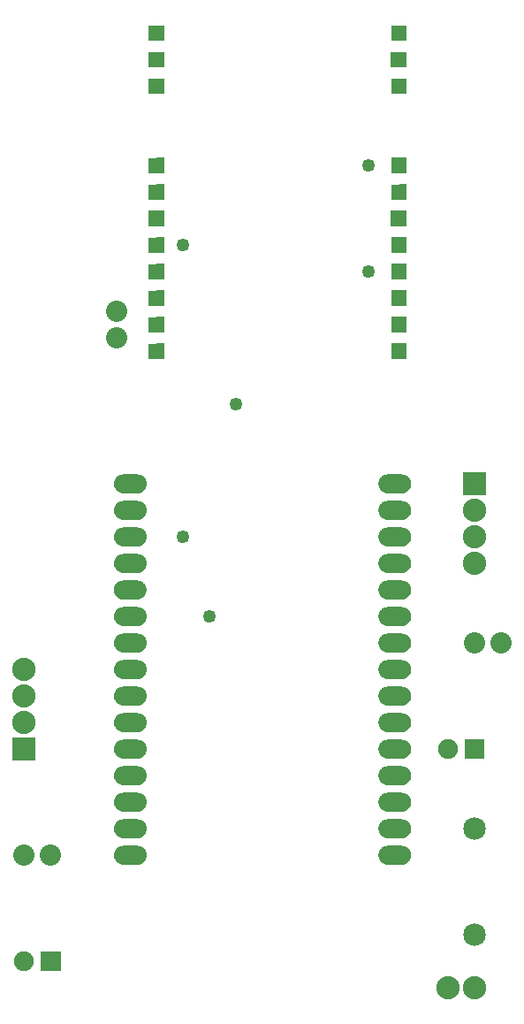
<source format=gts>
G04 MADE WITH FRITZING*
G04 WWW.FRITZING.ORG*
G04 DOUBLE SIDED*
G04 HOLES PLATED*
G04 CONTOUR ON CENTER OF CONTOUR VECTOR*
%ASAXBY*%
%FSLAX23Y23*%
%MOIN*%
%OFA0B0*%
%SFA1.0B1.0*%
%ADD10C,0.080000*%
%ADD11C,0.075000*%
%ADD12C,0.085000*%
%ADD13C,0.088000*%
%ADD14C,0.049370*%
%ADD15C,0.062000*%
%ADD16R,0.088000X0.088000*%
%ADD17C,0.030000*%
%ADD18C,0.010000*%
%ADD19R,0.001000X0.001000*%
%LNMASK1*%
G90*
G70*
G54D10*
X120Y743D03*
X220Y743D03*
X1820Y1543D03*
X1920Y1543D03*
X470Y2693D03*
X470Y2793D03*
G54D11*
X1720Y1143D03*
X1820Y1143D03*
X1720Y1143D03*
X1820Y1143D03*
X120Y343D03*
X220Y343D03*
X120Y343D03*
X220Y343D03*
G54D12*
X1820Y843D03*
X1820Y443D03*
G54D13*
X120Y1143D03*
X120Y1243D03*
X120Y1343D03*
X120Y1443D03*
X1820Y2143D03*
X1820Y2043D03*
X1820Y1943D03*
X1820Y1843D03*
X1820Y243D03*
X1720Y243D03*
G54D14*
X1420Y3343D03*
X1420Y2943D03*
X720Y1943D03*
X720Y3043D03*
X920Y2443D03*
X820Y1643D03*
G54D15*
X1520Y743D03*
X1520Y843D03*
X1520Y943D03*
X1520Y1043D03*
X1520Y1143D03*
X1520Y1243D03*
X1520Y1343D03*
X1520Y1443D03*
X1520Y1543D03*
X1520Y1643D03*
X1520Y1743D03*
X1520Y1843D03*
X1520Y1943D03*
X1520Y2043D03*
X1520Y2143D03*
X520Y2143D03*
X520Y2043D03*
X520Y1943D03*
X520Y1843D03*
X520Y1743D03*
X520Y1643D03*
X520Y1543D03*
X520Y1443D03*
X520Y1343D03*
X520Y1243D03*
X520Y1143D03*
X520Y1043D03*
X520Y943D03*
X520Y843D03*
X520Y743D03*
G54D16*
X120Y1143D03*
X1820Y2143D03*
G54D17*
G36*
X1849Y214D02*
X1791Y214D01*
X1791Y272D01*
X1849Y272D01*
X1849Y214D01*
G37*
D02*
G54D18*
G36*
X649Y3872D02*
X649Y3813D01*
X590Y3813D01*
X590Y3872D01*
G37*
D02*
G36*
X649Y3772D02*
X649Y3713D01*
X590Y3713D01*
X590Y3772D01*
G37*
D02*
G36*
X649Y3672D02*
X649Y3613D01*
X590Y3613D01*
X590Y3672D01*
G37*
D02*
G36*
X649Y3373D02*
X649Y3314D01*
X590Y3313D01*
X590Y3372D01*
G37*
D02*
G36*
X649Y3273D02*
X649Y3214D01*
X590Y3213D01*
X590Y3272D01*
G37*
D02*
G36*
X649Y3173D02*
X649Y3114D01*
X590Y3113D01*
X590Y3173D01*
G37*
D02*
G36*
X649Y3073D02*
X649Y3014D01*
X590Y3013D01*
X590Y3072D01*
G37*
D02*
G36*
X649Y2973D02*
X649Y2914D01*
X590Y2913D01*
X590Y2972D01*
G37*
D02*
G36*
X649Y2873D02*
X649Y2814D01*
X590Y2813D01*
X590Y2872D01*
G37*
D02*
G36*
X649Y2773D02*
X649Y2714D01*
X590Y2713D01*
X590Y2772D01*
G37*
D02*
G36*
X649Y2673D02*
X649Y2614D01*
X590Y2613D01*
X590Y2672D01*
G37*
D02*
G36*
X1563Y2673D02*
X1563Y2614D01*
X1504Y2614D01*
X1504Y2673D01*
G37*
D02*
G36*
X1563Y2773D02*
X1563Y2714D01*
X1504Y2714D01*
X1504Y2773D01*
G37*
D02*
G36*
X1563Y2873D02*
X1563Y2814D01*
X1504Y2814D01*
X1504Y2873D01*
G37*
D02*
G36*
X1563Y2973D02*
X1563Y2914D01*
X1504Y2914D01*
X1504Y2973D01*
G37*
D02*
G36*
X1563Y3073D02*
X1563Y3014D01*
X1504Y3014D01*
X1504Y3073D01*
G37*
D02*
G36*
X1563Y3173D02*
X1563Y3114D01*
X1503Y3113D01*
X1503Y3173D01*
G37*
D02*
G36*
X1563Y3273D02*
X1563Y3213D01*
X1504Y3213D01*
X1504Y3272D01*
G37*
D02*
G36*
X1563Y3373D02*
X1563Y3314D01*
X1504Y3314D01*
X1504Y3373D01*
G37*
D02*
G36*
X1563Y3672D02*
X1563Y3613D01*
X1504Y3613D01*
X1504Y3672D01*
G37*
D02*
G36*
X1563Y3772D02*
X1563Y3713D01*
X1503Y3713D01*
X1503Y3772D01*
G37*
D02*
G36*
X1563Y3872D02*
X1563Y3813D01*
X1504Y3813D01*
X1504Y3872D01*
G37*
D02*
G54D19*
X494Y2179D02*
X548Y2179D01*
X1491Y2179D02*
X1545Y2179D01*
X487Y2178D02*
X555Y2178D01*
X1485Y2178D02*
X1552Y2178D01*
X484Y2177D02*
X558Y2177D01*
X1481Y2177D02*
X1555Y2177D01*
X481Y2176D02*
X560Y2176D01*
X1479Y2176D02*
X1558Y2176D01*
X479Y2175D02*
X563Y2175D01*
X1477Y2175D02*
X1560Y2175D01*
X477Y2174D02*
X564Y2174D01*
X1475Y2174D02*
X1562Y2174D01*
X476Y2173D02*
X566Y2173D01*
X1473Y2173D02*
X1563Y2173D01*
X474Y2172D02*
X568Y2172D01*
X1471Y2172D02*
X1565Y2172D01*
X473Y2171D02*
X569Y2171D01*
X1470Y2171D02*
X1566Y2171D01*
X472Y2170D02*
X570Y2170D01*
X1469Y2170D02*
X1567Y2170D01*
X470Y2169D02*
X571Y2169D01*
X1468Y2169D02*
X1569Y2169D01*
X469Y2168D02*
X572Y2168D01*
X1467Y2168D02*
X1570Y2168D01*
X469Y2167D02*
X573Y2167D01*
X1466Y2167D02*
X1571Y2167D01*
X468Y2166D02*
X574Y2166D01*
X1465Y2166D02*
X1571Y2166D01*
X467Y2165D02*
X575Y2165D01*
X1464Y2165D02*
X1572Y2165D01*
X466Y2164D02*
X576Y2164D01*
X1464Y2164D02*
X1573Y2164D01*
X466Y2163D02*
X576Y2163D01*
X1463Y2163D02*
X1574Y2163D01*
X465Y2162D02*
X577Y2162D01*
X1462Y2162D02*
X1574Y2162D01*
X464Y2161D02*
X577Y2161D01*
X1462Y2161D02*
X1575Y2161D01*
X464Y2160D02*
X578Y2160D01*
X1461Y2160D02*
X1575Y2160D01*
X463Y2159D02*
X578Y2159D01*
X1461Y2159D02*
X1576Y2159D01*
X463Y2158D02*
X579Y2158D01*
X1460Y2158D02*
X1576Y2158D01*
X462Y2157D02*
X579Y2157D01*
X1460Y2157D02*
X1577Y2157D01*
X462Y2156D02*
X580Y2156D01*
X1459Y2156D02*
X1577Y2156D01*
X462Y2155D02*
X580Y2155D01*
X1459Y2155D02*
X1577Y2155D01*
X461Y2154D02*
X580Y2154D01*
X1459Y2154D02*
X1578Y2154D01*
X461Y2153D02*
X581Y2153D01*
X1458Y2153D02*
X1578Y2153D01*
X461Y2152D02*
X581Y2152D01*
X1458Y2152D02*
X1578Y2152D01*
X460Y2151D02*
X581Y2151D01*
X1458Y2151D02*
X1579Y2151D01*
X460Y2150D02*
X582Y2150D01*
X1458Y2150D02*
X1579Y2150D01*
X460Y2149D02*
X520Y2149D01*
X522Y2149D02*
X582Y2149D01*
X1457Y2149D02*
X1516Y2149D01*
X1519Y2149D02*
X1579Y2149D01*
X460Y2148D02*
X517Y2148D01*
X525Y2148D02*
X582Y2148D01*
X1457Y2148D02*
X1513Y2148D01*
X1521Y2148D02*
X1579Y2148D01*
X460Y2147D02*
X516Y2147D01*
X526Y2147D02*
X582Y2147D01*
X1457Y2147D02*
X1512Y2147D01*
X1523Y2147D02*
X1579Y2147D01*
X460Y2146D02*
X515Y2146D01*
X527Y2146D02*
X582Y2146D01*
X1457Y2146D02*
X1512Y2146D01*
X1523Y2146D02*
X1579Y2146D01*
X460Y2145D02*
X515Y2145D01*
X527Y2145D02*
X582Y2145D01*
X1457Y2145D02*
X1511Y2145D01*
X1524Y2145D02*
X1580Y2145D01*
X459Y2144D02*
X514Y2144D01*
X528Y2144D02*
X582Y2144D01*
X1457Y2144D02*
X1511Y2144D01*
X1524Y2144D02*
X1580Y2144D01*
X459Y2143D02*
X514Y2143D01*
X528Y2143D02*
X583Y2143D01*
X1457Y2143D02*
X1511Y2143D01*
X1524Y2143D02*
X1580Y2143D01*
X460Y2142D02*
X514Y2142D01*
X528Y2142D02*
X583Y2142D01*
X1457Y2142D02*
X1511Y2142D01*
X1524Y2142D02*
X1580Y2142D01*
X460Y2141D02*
X515Y2141D01*
X527Y2141D02*
X582Y2141D01*
X1457Y2141D02*
X1511Y2141D01*
X1524Y2141D02*
X1580Y2141D01*
X460Y2140D02*
X515Y2140D01*
X527Y2140D02*
X582Y2140D01*
X1457Y2140D02*
X1512Y2140D01*
X1523Y2140D02*
X1579Y2140D01*
X460Y2139D02*
X516Y2139D01*
X526Y2139D02*
X582Y2139D01*
X1457Y2139D02*
X1512Y2139D01*
X1523Y2139D02*
X1579Y2139D01*
X460Y2138D02*
X517Y2138D01*
X525Y2138D02*
X582Y2138D01*
X1457Y2138D02*
X1514Y2138D01*
X1521Y2138D02*
X1579Y2138D01*
X460Y2137D02*
X582Y2137D01*
X1457Y2137D02*
X1579Y2137D01*
X460Y2136D02*
X582Y2136D01*
X1458Y2136D02*
X1579Y2136D01*
X461Y2135D02*
X581Y2135D01*
X1458Y2135D02*
X1579Y2135D01*
X461Y2134D02*
X581Y2134D01*
X1458Y2134D02*
X1578Y2134D01*
X461Y2133D02*
X581Y2133D01*
X1458Y2133D02*
X1578Y2133D01*
X461Y2132D02*
X580Y2132D01*
X1459Y2132D02*
X1578Y2132D01*
X462Y2131D02*
X580Y2131D01*
X1459Y2131D02*
X1577Y2131D01*
X462Y2130D02*
X580Y2130D01*
X1459Y2130D02*
X1577Y2130D01*
X463Y2129D02*
X579Y2129D01*
X1460Y2129D02*
X1577Y2129D01*
X463Y2128D02*
X579Y2128D01*
X1460Y2128D02*
X1576Y2128D01*
X463Y2127D02*
X578Y2127D01*
X1461Y2127D02*
X1576Y2127D01*
X464Y2126D02*
X578Y2126D01*
X1461Y2126D02*
X1575Y2126D01*
X465Y2125D02*
X577Y2125D01*
X1462Y2125D02*
X1575Y2125D01*
X465Y2124D02*
X577Y2124D01*
X1462Y2124D02*
X1574Y2124D01*
X466Y2123D02*
X576Y2123D01*
X1463Y2123D02*
X1573Y2123D01*
X466Y2122D02*
X575Y2122D01*
X1464Y2122D02*
X1573Y2122D01*
X467Y2121D02*
X575Y2121D01*
X1464Y2121D02*
X1572Y2121D01*
X468Y2120D02*
X574Y2120D01*
X1465Y2120D02*
X1571Y2120D01*
X469Y2119D02*
X573Y2119D01*
X1466Y2119D02*
X1570Y2119D01*
X470Y2118D02*
X572Y2118D01*
X1467Y2118D02*
X1569Y2118D01*
X471Y2117D02*
X571Y2117D01*
X1468Y2117D02*
X1568Y2117D01*
X472Y2116D02*
X570Y2116D01*
X1469Y2116D02*
X1567Y2116D01*
X473Y2115D02*
X569Y2115D01*
X1470Y2115D02*
X1566Y2115D01*
X474Y2114D02*
X567Y2114D01*
X1472Y2114D02*
X1565Y2114D01*
X476Y2113D02*
X566Y2113D01*
X1473Y2113D02*
X1563Y2113D01*
X478Y2112D02*
X564Y2112D01*
X1475Y2112D02*
X1561Y2112D01*
X480Y2111D02*
X562Y2111D01*
X1477Y2111D02*
X1559Y2111D01*
X482Y2110D02*
X560Y2110D01*
X1479Y2110D02*
X1557Y2110D01*
X485Y2109D02*
X557Y2109D01*
X1482Y2109D02*
X1555Y2109D01*
X488Y2108D02*
X554Y2108D01*
X1485Y2108D02*
X1551Y2108D01*
X494Y2079D02*
X548Y2079D01*
X1491Y2079D02*
X1545Y2079D01*
X487Y2078D02*
X555Y2078D01*
X1485Y2078D02*
X1552Y2078D01*
X484Y2077D02*
X558Y2077D01*
X1481Y2077D02*
X1555Y2077D01*
X481Y2076D02*
X561Y2076D01*
X1479Y2076D02*
X1558Y2076D01*
X479Y2075D02*
X563Y2075D01*
X1477Y2075D02*
X1560Y2075D01*
X477Y2074D02*
X564Y2074D01*
X1475Y2074D02*
X1562Y2074D01*
X476Y2073D02*
X566Y2073D01*
X1473Y2073D02*
X1564Y2073D01*
X474Y2072D02*
X568Y2072D01*
X1471Y2072D02*
X1565Y2072D01*
X473Y2071D02*
X569Y2071D01*
X1470Y2071D02*
X1566Y2071D01*
X472Y2070D02*
X570Y2070D01*
X1469Y2070D02*
X1568Y2070D01*
X470Y2069D02*
X571Y2069D01*
X1468Y2069D02*
X1569Y2069D01*
X469Y2068D02*
X572Y2068D01*
X1467Y2068D02*
X1570Y2068D01*
X469Y2067D02*
X573Y2067D01*
X1466Y2067D02*
X1571Y2067D01*
X468Y2066D02*
X574Y2066D01*
X1465Y2066D02*
X1571Y2066D01*
X467Y2065D02*
X575Y2065D01*
X1464Y2065D02*
X1572Y2065D01*
X466Y2064D02*
X576Y2064D01*
X1464Y2064D02*
X1573Y2064D01*
X466Y2063D02*
X576Y2063D01*
X1463Y2063D02*
X1574Y2063D01*
X465Y2062D02*
X577Y2062D01*
X1462Y2062D02*
X1574Y2062D01*
X464Y2061D02*
X577Y2061D01*
X1462Y2061D02*
X1575Y2061D01*
X464Y2060D02*
X578Y2060D01*
X1461Y2060D02*
X1575Y2060D01*
X463Y2059D02*
X578Y2059D01*
X1461Y2059D02*
X1576Y2059D01*
X463Y2058D02*
X579Y2058D01*
X1460Y2058D02*
X1576Y2058D01*
X462Y2057D02*
X579Y2057D01*
X1460Y2057D02*
X1577Y2057D01*
X462Y2056D02*
X580Y2056D01*
X1459Y2056D02*
X1577Y2056D01*
X462Y2055D02*
X580Y2055D01*
X1459Y2055D02*
X1577Y2055D01*
X461Y2054D02*
X580Y2054D01*
X1459Y2054D02*
X1578Y2054D01*
X461Y2053D02*
X581Y2053D01*
X1458Y2053D02*
X1578Y2053D01*
X461Y2052D02*
X581Y2052D01*
X1458Y2052D02*
X1578Y2052D01*
X460Y2051D02*
X581Y2051D01*
X1458Y2051D02*
X1579Y2051D01*
X460Y2050D02*
X582Y2050D01*
X1458Y2050D02*
X1579Y2050D01*
X460Y2049D02*
X520Y2049D01*
X522Y2049D02*
X582Y2049D01*
X1457Y2049D02*
X1516Y2049D01*
X1519Y2049D02*
X1579Y2049D01*
X460Y2048D02*
X517Y2048D01*
X525Y2048D02*
X582Y2048D01*
X1457Y2048D02*
X1513Y2048D01*
X1522Y2048D02*
X1579Y2048D01*
X460Y2047D02*
X516Y2047D01*
X526Y2047D02*
X582Y2047D01*
X1457Y2047D02*
X1512Y2047D01*
X1523Y2047D02*
X1579Y2047D01*
X460Y2046D02*
X515Y2046D01*
X527Y2046D02*
X582Y2046D01*
X1457Y2046D02*
X1512Y2046D01*
X1523Y2046D02*
X1580Y2046D01*
X460Y2045D02*
X515Y2045D01*
X527Y2045D02*
X582Y2045D01*
X1457Y2045D02*
X1511Y2045D01*
X1524Y2045D02*
X1580Y2045D01*
X459Y2044D02*
X514Y2044D01*
X528Y2044D02*
X582Y2044D01*
X1457Y2044D02*
X1511Y2044D01*
X1524Y2044D02*
X1580Y2044D01*
X459Y2043D02*
X514Y2043D01*
X528Y2043D02*
X583Y2043D01*
X1457Y2043D02*
X1511Y2043D01*
X1524Y2043D02*
X1580Y2043D01*
X460Y2042D02*
X514Y2042D01*
X528Y2042D02*
X583Y2042D01*
X1457Y2042D02*
X1511Y2042D01*
X1524Y2042D02*
X1580Y2042D01*
X460Y2041D02*
X515Y2041D01*
X527Y2041D02*
X582Y2041D01*
X1457Y2041D02*
X1511Y2041D01*
X1524Y2041D02*
X1580Y2041D01*
X460Y2040D02*
X515Y2040D01*
X527Y2040D02*
X582Y2040D01*
X1457Y2040D02*
X1512Y2040D01*
X1523Y2040D02*
X1580Y2040D01*
X460Y2039D02*
X516Y2039D01*
X526Y2039D02*
X582Y2039D01*
X1457Y2039D02*
X1512Y2039D01*
X1523Y2039D02*
X1579Y2039D01*
X460Y2038D02*
X517Y2038D01*
X525Y2038D02*
X582Y2038D01*
X1457Y2038D02*
X1514Y2038D01*
X1521Y2038D02*
X1579Y2038D01*
X460Y2037D02*
X582Y2037D01*
X1457Y2037D02*
X1579Y2037D01*
X460Y2036D02*
X582Y2036D01*
X1458Y2036D02*
X1579Y2036D01*
X461Y2035D02*
X581Y2035D01*
X1458Y2035D02*
X1579Y2035D01*
X461Y2034D02*
X581Y2034D01*
X1458Y2034D02*
X1578Y2034D01*
X461Y2033D02*
X581Y2033D01*
X1458Y2033D02*
X1578Y2033D01*
X461Y2032D02*
X580Y2032D01*
X1459Y2032D02*
X1578Y2032D01*
X462Y2031D02*
X580Y2031D01*
X1459Y2031D02*
X1577Y2031D01*
X462Y2030D02*
X580Y2030D01*
X1459Y2030D02*
X1577Y2030D01*
X463Y2029D02*
X579Y2029D01*
X1460Y2029D02*
X1577Y2029D01*
X463Y2028D02*
X579Y2028D01*
X1460Y2028D02*
X1576Y2028D01*
X463Y2027D02*
X578Y2027D01*
X1461Y2027D02*
X1576Y2027D01*
X464Y2026D02*
X578Y2026D01*
X1461Y2026D02*
X1575Y2026D01*
X465Y2025D02*
X577Y2025D01*
X1462Y2025D02*
X1575Y2025D01*
X465Y2024D02*
X577Y2024D01*
X1462Y2024D02*
X1574Y2024D01*
X466Y2023D02*
X576Y2023D01*
X1463Y2023D02*
X1573Y2023D01*
X466Y2022D02*
X575Y2022D01*
X1464Y2022D02*
X1573Y2022D01*
X467Y2021D02*
X575Y2021D01*
X1464Y2021D02*
X1572Y2021D01*
X468Y2020D02*
X574Y2020D01*
X1465Y2020D02*
X1571Y2020D01*
X469Y2019D02*
X573Y2019D01*
X1466Y2019D02*
X1570Y2019D01*
X470Y2018D02*
X572Y2018D01*
X1467Y2018D02*
X1569Y2018D01*
X471Y2017D02*
X571Y2017D01*
X1468Y2017D02*
X1568Y2017D01*
X472Y2016D02*
X570Y2016D01*
X1469Y2016D02*
X1567Y2016D01*
X473Y2015D02*
X569Y2015D01*
X1470Y2015D02*
X1566Y2015D01*
X474Y2014D02*
X567Y2014D01*
X1472Y2014D02*
X1565Y2014D01*
X476Y2013D02*
X566Y2013D01*
X1473Y2013D02*
X1563Y2013D01*
X478Y2012D02*
X564Y2012D01*
X1475Y2012D02*
X1561Y2012D01*
X480Y2011D02*
X562Y2011D01*
X1477Y2011D02*
X1560Y2011D01*
X482Y2010D02*
X560Y2010D01*
X1479Y2010D02*
X1557Y2010D01*
X485Y2009D02*
X557Y2009D01*
X1482Y2009D02*
X1555Y2009D01*
X488Y2008D02*
X554Y2008D01*
X1485Y2008D02*
X1551Y2008D01*
X494Y1979D02*
X548Y1979D01*
X1491Y1979D02*
X1545Y1979D01*
X487Y1978D02*
X555Y1978D01*
X1485Y1978D02*
X1552Y1978D01*
X484Y1977D02*
X558Y1977D01*
X1481Y1977D02*
X1555Y1977D01*
X481Y1976D02*
X561Y1976D01*
X1479Y1976D02*
X1558Y1976D01*
X479Y1975D02*
X563Y1975D01*
X1476Y1975D02*
X1560Y1975D01*
X477Y1974D02*
X564Y1974D01*
X1475Y1974D02*
X1562Y1974D01*
X476Y1973D02*
X566Y1973D01*
X1473Y1973D02*
X1563Y1973D01*
X474Y1972D02*
X568Y1972D01*
X1471Y1972D02*
X1565Y1972D01*
X473Y1971D02*
X569Y1971D01*
X1470Y1971D02*
X1566Y1971D01*
X472Y1970D02*
X570Y1970D01*
X1469Y1970D02*
X1568Y1970D01*
X470Y1969D02*
X571Y1969D01*
X1468Y1969D02*
X1569Y1969D01*
X469Y1968D02*
X572Y1968D01*
X1467Y1968D02*
X1570Y1968D01*
X469Y1967D02*
X573Y1967D01*
X1466Y1967D02*
X1571Y1967D01*
X468Y1966D02*
X574Y1966D01*
X1465Y1966D02*
X1571Y1966D01*
X467Y1965D02*
X575Y1965D01*
X1464Y1965D02*
X1572Y1965D01*
X466Y1964D02*
X576Y1964D01*
X1464Y1964D02*
X1573Y1964D01*
X466Y1963D02*
X576Y1963D01*
X1463Y1963D02*
X1574Y1963D01*
X465Y1962D02*
X577Y1962D01*
X1462Y1962D02*
X1574Y1962D01*
X464Y1961D02*
X577Y1961D01*
X1462Y1961D02*
X1575Y1961D01*
X464Y1960D02*
X578Y1960D01*
X1461Y1960D02*
X1575Y1960D01*
X463Y1959D02*
X578Y1959D01*
X1461Y1959D02*
X1576Y1959D01*
X463Y1958D02*
X579Y1958D01*
X1460Y1958D02*
X1576Y1958D01*
X462Y1957D02*
X579Y1957D01*
X1460Y1957D02*
X1577Y1957D01*
X462Y1956D02*
X580Y1956D01*
X1459Y1956D02*
X1577Y1956D01*
X462Y1955D02*
X580Y1955D01*
X1459Y1955D02*
X1577Y1955D01*
X461Y1954D02*
X580Y1954D01*
X1459Y1954D02*
X1578Y1954D01*
X461Y1953D02*
X581Y1953D01*
X1458Y1953D02*
X1578Y1953D01*
X461Y1952D02*
X581Y1952D01*
X1458Y1952D02*
X1578Y1952D01*
X460Y1951D02*
X581Y1951D01*
X1458Y1951D02*
X1579Y1951D01*
X460Y1950D02*
X582Y1950D01*
X1458Y1950D02*
X1579Y1950D01*
X460Y1949D02*
X520Y1949D01*
X522Y1949D02*
X582Y1949D01*
X1457Y1949D02*
X1516Y1949D01*
X1519Y1949D02*
X1579Y1949D01*
X460Y1948D02*
X517Y1948D01*
X525Y1948D02*
X582Y1948D01*
X1457Y1948D02*
X1513Y1948D01*
X1522Y1948D02*
X1579Y1948D01*
X460Y1947D02*
X516Y1947D01*
X526Y1947D02*
X582Y1947D01*
X1457Y1947D02*
X1512Y1947D01*
X1523Y1947D02*
X1579Y1947D01*
X460Y1946D02*
X515Y1946D01*
X527Y1946D02*
X582Y1946D01*
X1457Y1946D02*
X1512Y1946D01*
X1523Y1946D02*
X1579Y1946D01*
X460Y1945D02*
X515Y1945D01*
X527Y1945D02*
X582Y1945D01*
X1457Y1945D02*
X1511Y1945D01*
X1524Y1945D02*
X1580Y1945D01*
X459Y1944D02*
X514Y1944D01*
X528Y1944D02*
X582Y1944D01*
X1457Y1944D02*
X1511Y1944D01*
X1524Y1944D02*
X1580Y1944D01*
X459Y1943D02*
X514Y1943D01*
X528Y1943D02*
X583Y1943D01*
X1457Y1943D02*
X1511Y1943D01*
X1524Y1943D02*
X1580Y1943D01*
X460Y1942D02*
X514Y1942D01*
X528Y1942D02*
X583Y1942D01*
X1457Y1942D02*
X1511Y1942D01*
X1524Y1942D02*
X1580Y1942D01*
X460Y1941D02*
X515Y1941D01*
X527Y1941D02*
X582Y1941D01*
X1457Y1941D02*
X1511Y1941D01*
X1524Y1941D02*
X1580Y1941D01*
X460Y1940D02*
X515Y1940D01*
X527Y1940D02*
X582Y1940D01*
X1457Y1940D02*
X1512Y1940D01*
X1523Y1940D02*
X1579Y1940D01*
X460Y1939D02*
X516Y1939D01*
X526Y1939D02*
X582Y1939D01*
X1457Y1939D02*
X1512Y1939D01*
X1523Y1939D02*
X1579Y1939D01*
X460Y1938D02*
X517Y1938D01*
X525Y1938D02*
X582Y1938D01*
X1457Y1938D02*
X1514Y1938D01*
X1521Y1938D02*
X1579Y1938D01*
X460Y1937D02*
X582Y1937D01*
X1457Y1937D02*
X1579Y1937D01*
X460Y1936D02*
X582Y1936D01*
X1458Y1936D02*
X1579Y1936D01*
X461Y1935D02*
X581Y1935D01*
X1458Y1935D02*
X1579Y1935D01*
X461Y1934D02*
X581Y1934D01*
X1458Y1934D02*
X1578Y1934D01*
X461Y1933D02*
X581Y1933D01*
X1458Y1933D02*
X1578Y1933D01*
X461Y1932D02*
X580Y1932D01*
X1459Y1932D02*
X1578Y1932D01*
X462Y1931D02*
X580Y1931D01*
X1459Y1931D02*
X1577Y1931D01*
X462Y1930D02*
X580Y1930D01*
X1459Y1930D02*
X1577Y1930D01*
X463Y1929D02*
X579Y1929D01*
X1460Y1929D02*
X1577Y1929D01*
X463Y1928D02*
X579Y1928D01*
X1460Y1928D02*
X1576Y1928D01*
X463Y1927D02*
X578Y1927D01*
X1461Y1927D02*
X1576Y1927D01*
X464Y1926D02*
X578Y1926D01*
X1461Y1926D02*
X1575Y1926D01*
X465Y1925D02*
X577Y1925D01*
X1462Y1925D02*
X1575Y1925D01*
X465Y1924D02*
X577Y1924D01*
X1462Y1924D02*
X1574Y1924D01*
X466Y1923D02*
X576Y1923D01*
X1463Y1923D02*
X1573Y1923D01*
X466Y1922D02*
X575Y1922D01*
X1464Y1922D02*
X1573Y1922D01*
X467Y1921D02*
X575Y1921D01*
X1464Y1921D02*
X1572Y1921D01*
X468Y1920D02*
X574Y1920D01*
X1465Y1920D02*
X1571Y1920D01*
X469Y1919D02*
X573Y1919D01*
X1466Y1919D02*
X1570Y1919D01*
X470Y1918D02*
X572Y1918D01*
X1467Y1918D02*
X1569Y1918D01*
X471Y1917D02*
X571Y1917D01*
X1468Y1917D02*
X1568Y1917D01*
X472Y1916D02*
X570Y1916D01*
X1469Y1916D02*
X1567Y1916D01*
X473Y1915D02*
X569Y1915D01*
X1470Y1915D02*
X1566Y1915D01*
X474Y1914D02*
X567Y1914D01*
X1472Y1914D02*
X1565Y1914D01*
X476Y1913D02*
X566Y1913D01*
X1473Y1913D02*
X1563Y1913D01*
X478Y1912D02*
X564Y1912D01*
X1475Y1912D02*
X1561Y1912D01*
X480Y1911D02*
X562Y1911D01*
X1477Y1911D02*
X1559Y1911D01*
X482Y1910D02*
X560Y1910D01*
X1479Y1910D02*
X1557Y1910D01*
X485Y1909D02*
X557Y1909D01*
X1482Y1909D02*
X1555Y1909D01*
X488Y1908D02*
X554Y1908D01*
X1485Y1908D02*
X1551Y1908D01*
X494Y1879D02*
X548Y1879D01*
X1491Y1879D02*
X1546Y1879D01*
X487Y1878D02*
X555Y1878D01*
X1485Y1878D02*
X1552Y1878D01*
X484Y1877D02*
X558Y1877D01*
X1481Y1877D02*
X1555Y1877D01*
X481Y1876D02*
X561Y1876D01*
X1479Y1876D02*
X1558Y1876D01*
X479Y1875D02*
X563Y1875D01*
X1476Y1875D02*
X1560Y1875D01*
X477Y1874D02*
X565Y1874D01*
X1475Y1874D02*
X1562Y1874D01*
X476Y1873D02*
X566Y1873D01*
X1473Y1873D02*
X1564Y1873D01*
X474Y1872D02*
X568Y1872D01*
X1471Y1872D02*
X1565Y1872D01*
X473Y1871D02*
X569Y1871D01*
X1470Y1871D02*
X1566Y1871D01*
X472Y1870D02*
X570Y1870D01*
X1469Y1870D02*
X1568Y1870D01*
X470Y1869D02*
X571Y1869D01*
X1468Y1869D02*
X1569Y1869D01*
X469Y1868D02*
X572Y1868D01*
X1467Y1868D02*
X1570Y1868D01*
X469Y1867D02*
X573Y1867D01*
X1466Y1867D02*
X1571Y1867D01*
X468Y1866D02*
X574Y1866D01*
X1465Y1866D02*
X1571Y1866D01*
X467Y1865D02*
X575Y1865D01*
X1464Y1865D02*
X1572Y1865D01*
X466Y1864D02*
X576Y1864D01*
X1464Y1864D02*
X1573Y1864D01*
X466Y1863D02*
X576Y1863D01*
X1463Y1863D02*
X1574Y1863D01*
X465Y1862D02*
X577Y1862D01*
X1462Y1862D02*
X1574Y1862D01*
X464Y1861D02*
X577Y1861D01*
X1462Y1861D02*
X1575Y1861D01*
X464Y1860D02*
X578Y1860D01*
X1461Y1860D02*
X1575Y1860D01*
X463Y1859D02*
X578Y1859D01*
X1461Y1859D02*
X1576Y1859D01*
X463Y1858D02*
X579Y1858D01*
X1460Y1858D02*
X1576Y1858D01*
X462Y1857D02*
X579Y1857D01*
X1460Y1857D02*
X1577Y1857D01*
X462Y1856D02*
X580Y1856D01*
X1459Y1856D02*
X1577Y1856D01*
X462Y1855D02*
X580Y1855D01*
X1459Y1855D02*
X1577Y1855D01*
X461Y1854D02*
X580Y1854D01*
X1459Y1854D02*
X1578Y1854D01*
X461Y1853D02*
X581Y1853D01*
X1458Y1853D02*
X1578Y1853D01*
X461Y1852D02*
X581Y1852D01*
X1458Y1852D02*
X1578Y1852D01*
X460Y1851D02*
X581Y1851D01*
X1458Y1851D02*
X1579Y1851D01*
X460Y1850D02*
X582Y1850D01*
X1458Y1850D02*
X1579Y1850D01*
X460Y1849D02*
X519Y1849D01*
X523Y1849D02*
X582Y1849D01*
X1457Y1849D02*
X1516Y1849D01*
X1519Y1849D02*
X1579Y1849D01*
X460Y1848D02*
X517Y1848D01*
X525Y1848D02*
X582Y1848D01*
X1457Y1848D02*
X1513Y1848D01*
X1522Y1848D02*
X1579Y1848D01*
X460Y1847D02*
X516Y1847D01*
X526Y1847D02*
X582Y1847D01*
X1457Y1847D02*
X1512Y1847D01*
X1523Y1847D02*
X1579Y1847D01*
X460Y1846D02*
X515Y1846D01*
X527Y1846D02*
X582Y1846D01*
X1457Y1846D02*
X1511Y1846D01*
X1524Y1846D02*
X1580Y1846D01*
X460Y1845D02*
X514Y1845D01*
X527Y1845D02*
X582Y1845D01*
X1457Y1845D02*
X1511Y1845D01*
X1524Y1845D02*
X1580Y1845D01*
X459Y1844D02*
X514Y1844D01*
X528Y1844D02*
X582Y1844D01*
X1457Y1844D02*
X1511Y1844D01*
X1524Y1844D02*
X1580Y1844D01*
X459Y1843D02*
X514Y1843D01*
X528Y1843D02*
X583Y1843D01*
X1457Y1843D02*
X1511Y1843D01*
X1524Y1843D02*
X1580Y1843D01*
X460Y1842D02*
X514Y1842D01*
X528Y1842D02*
X583Y1842D01*
X1457Y1842D02*
X1511Y1842D01*
X1524Y1842D02*
X1580Y1842D01*
X460Y1841D02*
X514Y1841D01*
X527Y1841D02*
X582Y1841D01*
X1457Y1841D02*
X1511Y1841D01*
X1524Y1841D02*
X1580Y1841D01*
X460Y1840D02*
X515Y1840D01*
X527Y1840D02*
X582Y1840D01*
X1457Y1840D02*
X1512Y1840D01*
X1523Y1840D02*
X1580Y1840D01*
X460Y1839D02*
X516Y1839D01*
X526Y1839D02*
X582Y1839D01*
X1457Y1839D02*
X1512Y1839D01*
X1523Y1839D02*
X1579Y1839D01*
X460Y1838D02*
X517Y1838D01*
X525Y1838D02*
X582Y1838D01*
X1457Y1838D02*
X1514Y1838D01*
X1521Y1838D02*
X1579Y1838D01*
X460Y1837D02*
X582Y1837D01*
X1457Y1837D02*
X1579Y1837D01*
X460Y1836D02*
X582Y1836D01*
X1458Y1836D02*
X1579Y1836D01*
X461Y1835D02*
X581Y1835D01*
X1458Y1835D02*
X1579Y1835D01*
X461Y1834D02*
X581Y1834D01*
X1458Y1834D02*
X1578Y1834D01*
X461Y1833D02*
X581Y1833D01*
X1458Y1833D02*
X1578Y1833D01*
X461Y1832D02*
X580Y1832D01*
X1459Y1832D02*
X1578Y1832D01*
X462Y1831D02*
X580Y1831D01*
X1459Y1831D02*
X1577Y1831D01*
X462Y1830D02*
X580Y1830D01*
X1459Y1830D02*
X1577Y1830D01*
X463Y1829D02*
X579Y1829D01*
X1460Y1829D02*
X1577Y1829D01*
X463Y1828D02*
X579Y1828D01*
X1460Y1828D02*
X1576Y1828D01*
X463Y1827D02*
X578Y1827D01*
X1461Y1827D02*
X1576Y1827D01*
X464Y1826D02*
X578Y1826D01*
X1461Y1826D02*
X1575Y1826D01*
X465Y1825D02*
X577Y1825D01*
X1462Y1825D02*
X1575Y1825D01*
X465Y1824D02*
X577Y1824D01*
X1462Y1824D02*
X1574Y1824D01*
X466Y1823D02*
X576Y1823D01*
X1463Y1823D02*
X1573Y1823D01*
X466Y1822D02*
X575Y1822D01*
X1464Y1822D02*
X1573Y1822D01*
X467Y1821D02*
X575Y1821D01*
X1464Y1821D02*
X1572Y1821D01*
X468Y1820D02*
X574Y1820D01*
X1465Y1820D02*
X1571Y1820D01*
X469Y1819D02*
X573Y1819D01*
X1466Y1819D02*
X1570Y1819D01*
X470Y1818D02*
X572Y1818D01*
X1467Y1818D02*
X1569Y1818D01*
X471Y1817D02*
X571Y1817D01*
X1468Y1817D02*
X1568Y1817D01*
X472Y1816D02*
X570Y1816D01*
X1469Y1816D02*
X1567Y1816D01*
X473Y1815D02*
X569Y1815D01*
X1470Y1815D02*
X1566Y1815D01*
X474Y1814D02*
X567Y1814D01*
X1472Y1814D02*
X1565Y1814D01*
X476Y1813D02*
X566Y1813D01*
X1473Y1813D02*
X1563Y1813D01*
X478Y1812D02*
X564Y1812D01*
X1475Y1812D02*
X1561Y1812D01*
X480Y1811D02*
X562Y1811D01*
X1477Y1811D02*
X1559Y1811D01*
X482Y1810D02*
X560Y1810D01*
X1479Y1810D02*
X1557Y1810D01*
X485Y1809D02*
X557Y1809D01*
X1482Y1809D02*
X1555Y1809D01*
X488Y1808D02*
X554Y1808D01*
X1485Y1808D02*
X1551Y1808D01*
X492Y1779D02*
X547Y1779D01*
X1491Y1779D02*
X1546Y1779D01*
X486Y1778D02*
X554Y1778D01*
X1485Y1778D02*
X1552Y1778D01*
X483Y1777D02*
X557Y1777D01*
X1481Y1777D02*
X1555Y1777D01*
X480Y1776D02*
X560Y1776D01*
X1479Y1776D02*
X1558Y1776D01*
X478Y1775D02*
X562Y1775D01*
X1476Y1775D02*
X1560Y1775D01*
X476Y1774D02*
X564Y1774D01*
X1475Y1774D02*
X1562Y1774D01*
X475Y1773D02*
X565Y1773D01*
X1473Y1773D02*
X1564Y1773D01*
X473Y1772D02*
X567Y1772D01*
X1471Y1772D02*
X1565Y1772D01*
X472Y1771D02*
X568Y1771D01*
X1470Y1771D02*
X1566Y1771D01*
X471Y1770D02*
X569Y1770D01*
X1469Y1770D02*
X1568Y1770D01*
X469Y1769D02*
X570Y1769D01*
X1468Y1769D02*
X1569Y1769D01*
X468Y1768D02*
X571Y1768D01*
X1467Y1768D02*
X1570Y1768D01*
X468Y1767D02*
X572Y1767D01*
X1466Y1767D02*
X1571Y1767D01*
X467Y1766D02*
X573Y1766D01*
X1465Y1766D02*
X1571Y1766D01*
X466Y1765D02*
X574Y1765D01*
X1464Y1765D02*
X1572Y1765D01*
X465Y1764D02*
X575Y1764D01*
X1464Y1764D02*
X1573Y1764D01*
X465Y1763D02*
X575Y1763D01*
X1463Y1763D02*
X1574Y1763D01*
X464Y1762D02*
X576Y1762D01*
X1462Y1762D02*
X1574Y1762D01*
X463Y1761D02*
X576Y1761D01*
X1462Y1761D02*
X1575Y1761D01*
X463Y1760D02*
X577Y1760D01*
X1461Y1760D02*
X1575Y1760D01*
X462Y1759D02*
X577Y1759D01*
X1461Y1759D02*
X1576Y1759D01*
X462Y1758D02*
X578Y1758D01*
X1460Y1758D02*
X1576Y1758D01*
X461Y1757D02*
X578Y1757D01*
X1460Y1757D02*
X1577Y1757D01*
X461Y1756D02*
X579Y1756D01*
X1459Y1756D02*
X1577Y1756D01*
X461Y1755D02*
X579Y1755D01*
X1459Y1755D02*
X1577Y1755D01*
X460Y1754D02*
X579Y1754D01*
X1459Y1754D02*
X1578Y1754D01*
X460Y1753D02*
X580Y1753D01*
X1458Y1753D02*
X1578Y1753D01*
X460Y1752D02*
X580Y1752D01*
X1458Y1752D02*
X1578Y1752D01*
X459Y1751D02*
X580Y1751D01*
X1458Y1751D02*
X1579Y1751D01*
X459Y1750D02*
X581Y1750D01*
X1458Y1750D02*
X1579Y1750D01*
X459Y1749D02*
X518Y1749D01*
X522Y1749D02*
X581Y1749D01*
X1457Y1749D02*
X1516Y1749D01*
X1519Y1749D02*
X1579Y1749D01*
X459Y1748D02*
X516Y1748D01*
X524Y1748D02*
X581Y1748D01*
X1457Y1748D02*
X1514Y1748D01*
X1521Y1748D02*
X1579Y1748D01*
X459Y1747D02*
X515Y1747D01*
X525Y1747D02*
X581Y1747D01*
X1457Y1747D02*
X1512Y1747D01*
X1522Y1747D02*
X1579Y1747D01*
X459Y1746D02*
X514Y1746D01*
X526Y1746D02*
X581Y1746D01*
X1457Y1746D02*
X1512Y1746D01*
X1523Y1746D02*
X1579Y1746D01*
X459Y1745D02*
X514Y1745D01*
X526Y1745D02*
X582Y1745D01*
X1457Y1745D02*
X1511Y1745D01*
X1524Y1745D02*
X1580Y1745D01*
X458Y1744D02*
X513Y1744D01*
X526Y1744D02*
X582Y1744D01*
X1457Y1744D02*
X1511Y1744D01*
X1524Y1744D02*
X1580Y1744D01*
X458Y1743D02*
X513Y1743D01*
X526Y1743D02*
X581Y1743D01*
X1457Y1743D02*
X1511Y1743D01*
X1524Y1743D02*
X1580Y1743D01*
X458Y1742D02*
X513Y1742D01*
X526Y1742D02*
X581Y1742D01*
X1457Y1742D02*
X1511Y1742D01*
X1524Y1742D02*
X1580Y1742D01*
X459Y1741D02*
X514Y1741D01*
X526Y1741D02*
X581Y1741D01*
X1457Y1741D02*
X1511Y1741D01*
X1524Y1741D02*
X1580Y1741D01*
X459Y1740D02*
X514Y1740D01*
X526Y1740D02*
X581Y1740D01*
X1457Y1740D02*
X1512Y1740D01*
X1523Y1740D02*
X1579Y1740D01*
X459Y1739D02*
X515Y1739D01*
X525Y1739D02*
X581Y1739D01*
X1457Y1739D02*
X1513Y1739D01*
X1522Y1739D02*
X1579Y1739D01*
X459Y1738D02*
X516Y1738D01*
X524Y1738D02*
X581Y1738D01*
X1457Y1738D02*
X1514Y1738D01*
X1521Y1738D02*
X1579Y1738D01*
X459Y1737D02*
X581Y1737D01*
X1457Y1737D02*
X1579Y1737D01*
X459Y1736D02*
X581Y1736D01*
X1458Y1736D02*
X1579Y1736D01*
X460Y1735D02*
X580Y1735D01*
X1458Y1735D02*
X1579Y1735D01*
X460Y1734D02*
X580Y1734D01*
X1458Y1734D02*
X1578Y1734D01*
X460Y1733D02*
X580Y1733D01*
X1458Y1733D02*
X1578Y1733D01*
X460Y1732D02*
X579Y1732D01*
X1459Y1732D02*
X1578Y1732D01*
X461Y1731D02*
X579Y1731D01*
X1459Y1731D02*
X1577Y1731D01*
X461Y1730D02*
X579Y1730D01*
X1459Y1730D02*
X1577Y1730D01*
X462Y1729D02*
X578Y1729D01*
X1460Y1729D02*
X1577Y1729D01*
X462Y1728D02*
X578Y1728D01*
X1460Y1728D02*
X1576Y1728D01*
X462Y1727D02*
X577Y1727D01*
X1461Y1727D02*
X1576Y1727D01*
X463Y1726D02*
X577Y1726D01*
X1461Y1726D02*
X1575Y1726D01*
X464Y1725D02*
X576Y1725D01*
X1462Y1725D02*
X1575Y1725D01*
X464Y1724D02*
X576Y1724D01*
X1462Y1724D02*
X1574Y1724D01*
X465Y1723D02*
X575Y1723D01*
X1463Y1723D02*
X1573Y1723D01*
X465Y1722D02*
X574Y1722D01*
X1464Y1722D02*
X1573Y1722D01*
X466Y1721D02*
X574Y1721D01*
X1464Y1721D02*
X1572Y1721D01*
X467Y1720D02*
X573Y1720D01*
X1465Y1720D02*
X1571Y1720D01*
X468Y1719D02*
X572Y1719D01*
X1466Y1719D02*
X1570Y1719D01*
X469Y1718D02*
X571Y1718D01*
X1467Y1718D02*
X1569Y1718D01*
X470Y1717D02*
X570Y1717D01*
X1468Y1717D02*
X1568Y1717D01*
X471Y1716D02*
X569Y1716D01*
X1469Y1716D02*
X1567Y1716D01*
X472Y1715D02*
X568Y1715D01*
X1470Y1715D02*
X1566Y1715D01*
X473Y1714D02*
X566Y1714D01*
X1472Y1714D02*
X1565Y1714D01*
X475Y1713D02*
X565Y1713D01*
X1473Y1713D02*
X1563Y1713D01*
X477Y1712D02*
X563Y1712D01*
X1475Y1712D02*
X1561Y1712D01*
X479Y1711D02*
X561Y1711D01*
X1477Y1711D02*
X1559Y1711D01*
X481Y1710D02*
X559Y1710D01*
X1479Y1710D02*
X1557Y1710D01*
X484Y1709D02*
X556Y1709D01*
X1482Y1709D02*
X1555Y1709D01*
X487Y1708D02*
X553Y1708D01*
X1486Y1708D02*
X1551Y1708D01*
X493Y1679D02*
X548Y1679D01*
X1491Y1679D02*
X1546Y1679D01*
X487Y1678D02*
X555Y1678D01*
X1485Y1678D02*
X1552Y1678D01*
X484Y1677D02*
X558Y1677D01*
X1481Y1677D02*
X1555Y1677D01*
X481Y1676D02*
X561Y1676D01*
X1479Y1676D02*
X1558Y1676D01*
X479Y1675D02*
X563Y1675D01*
X1476Y1675D02*
X1560Y1675D01*
X477Y1674D02*
X565Y1674D01*
X1475Y1674D02*
X1562Y1674D01*
X476Y1673D02*
X566Y1673D01*
X1473Y1673D02*
X1564Y1673D01*
X474Y1672D02*
X568Y1672D01*
X1471Y1672D02*
X1565Y1672D01*
X473Y1671D02*
X569Y1671D01*
X1470Y1671D02*
X1566Y1671D01*
X472Y1670D02*
X570Y1670D01*
X1469Y1670D02*
X1568Y1670D01*
X470Y1669D02*
X571Y1669D01*
X1468Y1669D02*
X1569Y1669D01*
X469Y1668D02*
X572Y1668D01*
X1467Y1668D02*
X1570Y1668D01*
X469Y1667D02*
X573Y1667D01*
X1466Y1667D02*
X1571Y1667D01*
X468Y1666D02*
X574Y1666D01*
X1465Y1666D02*
X1571Y1666D01*
X467Y1665D02*
X575Y1665D01*
X1464Y1665D02*
X1572Y1665D01*
X466Y1664D02*
X576Y1664D01*
X1464Y1664D02*
X1573Y1664D01*
X466Y1663D02*
X576Y1663D01*
X1463Y1663D02*
X1574Y1663D01*
X465Y1662D02*
X577Y1662D01*
X1462Y1662D02*
X1574Y1662D01*
X464Y1661D02*
X577Y1661D01*
X1462Y1661D02*
X1575Y1661D01*
X464Y1660D02*
X578Y1660D01*
X1461Y1660D02*
X1575Y1660D01*
X463Y1659D02*
X578Y1659D01*
X1461Y1659D02*
X1576Y1659D01*
X463Y1658D02*
X579Y1658D01*
X1460Y1658D02*
X1576Y1658D01*
X462Y1657D02*
X579Y1657D01*
X1460Y1657D02*
X1577Y1657D01*
X462Y1656D02*
X580Y1656D01*
X1459Y1656D02*
X1577Y1656D01*
X462Y1655D02*
X580Y1655D01*
X1459Y1655D02*
X1577Y1655D01*
X461Y1654D02*
X580Y1654D01*
X1459Y1654D02*
X1578Y1654D01*
X461Y1653D02*
X581Y1653D01*
X1458Y1653D02*
X1578Y1653D01*
X461Y1652D02*
X581Y1652D01*
X1458Y1652D02*
X1578Y1652D01*
X460Y1651D02*
X581Y1651D01*
X1458Y1651D02*
X1579Y1651D01*
X460Y1650D02*
X582Y1650D01*
X1458Y1650D02*
X1579Y1650D01*
X460Y1649D02*
X519Y1649D01*
X523Y1649D02*
X582Y1649D01*
X1457Y1649D02*
X1516Y1649D01*
X1519Y1649D02*
X1579Y1649D01*
X460Y1648D02*
X517Y1648D01*
X525Y1648D02*
X582Y1648D01*
X1457Y1648D02*
X1514Y1648D01*
X1521Y1648D02*
X1579Y1648D01*
X460Y1647D02*
X516Y1647D01*
X526Y1647D02*
X582Y1647D01*
X1457Y1647D02*
X1512Y1647D01*
X1522Y1647D02*
X1579Y1647D01*
X460Y1646D02*
X515Y1646D01*
X527Y1646D02*
X582Y1646D01*
X1457Y1646D02*
X1512Y1646D01*
X1523Y1646D02*
X1579Y1646D01*
X460Y1645D02*
X515Y1645D01*
X527Y1645D02*
X582Y1645D01*
X1457Y1645D02*
X1511Y1645D01*
X1524Y1645D02*
X1580Y1645D01*
X459Y1644D02*
X514Y1644D01*
X527Y1644D02*
X582Y1644D01*
X1457Y1644D02*
X1511Y1644D01*
X1524Y1644D02*
X1580Y1644D01*
X459Y1643D02*
X514Y1643D01*
X527Y1643D02*
X583Y1643D01*
X1457Y1643D02*
X1511Y1643D01*
X1524Y1643D02*
X1580Y1643D01*
X460Y1642D02*
X514Y1642D01*
X527Y1642D02*
X583Y1642D01*
X1457Y1642D02*
X1511Y1642D01*
X1524Y1642D02*
X1580Y1642D01*
X460Y1641D02*
X515Y1641D01*
X527Y1641D02*
X582Y1641D01*
X1457Y1641D02*
X1511Y1641D01*
X1524Y1641D02*
X1580Y1641D01*
X460Y1640D02*
X515Y1640D01*
X527Y1640D02*
X582Y1640D01*
X1457Y1640D02*
X1512Y1640D01*
X1523Y1640D02*
X1579Y1640D01*
X460Y1639D02*
X516Y1639D01*
X526Y1639D02*
X582Y1639D01*
X1457Y1639D02*
X1513Y1639D01*
X1522Y1639D02*
X1579Y1639D01*
X460Y1638D02*
X517Y1638D01*
X525Y1638D02*
X582Y1638D01*
X1457Y1638D02*
X1514Y1638D01*
X1521Y1638D02*
X1579Y1638D01*
X460Y1637D02*
X582Y1637D01*
X1457Y1637D02*
X1579Y1637D01*
X460Y1636D02*
X582Y1636D01*
X1458Y1636D02*
X1579Y1636D01*
X461Y1635D02*
X581Y1635D01*
X1458Y1635D02*
X1579Y1635D01*
X461Y1634D02*
X581Y1634D01*
X1458Y1634D02*
X1578Y1634D01*
X461Y1633D02*
X581Y1633D01*
X1458Y1633D02*
X1578Y1633D01*
X461Y1632D02*
X580Y1632D01*
X1459Y1632D02*
X1578Y1632D01*
X462Y1631D02*
X580Y1631D01*
X1459Y1631D02*
X1577Y1631D01*
X462Y1630D02*
X580Y1630D01*
X1459Y1630D02*
X1577Y1630D01*
X463Y1629D02*
X579Y1629D01*
X1460Y1629D02*
X1577Y1629D01*
X463Y1628D02*
X579Y1628D01*
X1460Y1628D02*
X1576Y1628D01*
X463Y1627D02*
X578Y1627D01*
X1461Y1627D02*
X1576Y1627D01*
X464Y1626D02*
X578Y1626D01*
X1461Y1626D02*
X1575Y1626D01*
X465Y1625D02*
X577Y1625D01*
X1462Y1625D02*
X1575Y1625D01*
X465Y1624D02*
X577Y1624D01*
X1462Y1624D02*
X1574Y1624D01*
X466Y1623D02*
X576Y1623D01*
X1463Y1623D02*
X1573Y1623D01*
X466Y1622D02*
X575Y1622D01*
X1464Y1622D02*
X1573Y1622D01*
X467Y1621D02*
X575Y1621D01*
X1464Y1621D02*
X1572Y1621D01*
X468Y1620D02*
X574Y1620D01*
X1465Y1620D02*
X1571Y1620D01*
X469Y1619D02*
X573Y1619D01*
X1466Y1619D02*
X1570Y1619D01*
X470Y1618D02*
X572Y1618D01*
X1467Y1618D02*
X1569Y1618D01*
X471Y1617D02*
X571Y1617D01*
X1468Y1617D02*
X1568Y1617D01*
X472Y1616D02*
X570Y1616D01*
X1469Y1616D02*
X1567Y1616D01*
X473Y1615D02*
X569Y1615D01*
X1470Y1615D02*
X1566Y1615D01*
X475Y1614D02*
X567Y1614D01*
X1472Y1614D02*
X1565Y1614D01*
X476Y1613D02*
X566Y1613D01*
X1473Y1613D02*
X1563Y1613D01*
X478Y1612D02*
X564Y1612D01*
X1475Y1612D02*
X1561Y1612D01*
X480Y1611D02*
X562Y1611D01*
X1477Y1611D02*
X1559Y1611D01*
X482Y1610D02*
X560Y1610D01*
X1479Y1610D02*
X1557Y1610D01*
X485Y1609D02*
X557Y1609D01*
X1482Y1609D02*
X1555Y1609D01*
X488Y1608D02*
X554Y1608D01*
X1486Y1608D02*
X1551Y1608D01*
X493Y1579D02*
X548Y1579D01*
X1491Y1579D02*
X1546Y1579D01*
X487Y1578D02*
X555Y1578D01*
X1485Y1578D02*
X1552Y1578D01*
X484Y1577D02*
X558Y1577D01*
X1481Y1577D02*
X1555Y1577D01*
X481Y1576D02*
X561Y1576D01*
X1479Y1576D02*
X1558Y1576D01*
X479Y1575D02*
X563Y1575D01*
X1476Y1575D02*
X1560Y1575D01*
X477Y1574D02*
X565Y1574D01*
X1475Y1574D02*
X1562Y1574D01*
X476Y1573D02*
X566Y1573D01*
X1473Y1573D02*
X1564Y1573D01*
X474Y1572D02*
X568Y1572D01*
X1471Y1572D02*
X1565Y1572D01*
X473Y1571D02*
X569Y1571D01*
X1470Y1571D02*
X1566Y1571D01*
X472Y1570D02*
X570Y1570D01*
X1469Y1570D02*
X1568Y1570D01*
X470Y1569D02*
X571Y1569D01*
X1468Y1569D02*
X1569Y1569D01*
X469Y1568D02*
X572Y1568D01*
X1467Y1568D02*
X1570Y1568D01*
X469Y1567D02*
X573Y1567D01*
X1466Y1567D02*
X1571Y1567D01*
X468Y1566D02*
X574Y1566D01*
X1465Y1566D02*
X1571Y1566D01*
X467Y1565D02*
X575Y1565D01*
X1464Y1565D02*
X1572Y1565D01*
X466Y1564D02*
X576Y1564D01*
X1464Y1564D02*
X1573Y1564D01*
X466Y1563D02*
X576Y1563D01*
X1463Y1563D02*
X1574Y1563D01*
X465Y1562D02*
X577Y1562D01*
X1462Y1562D02*
X1574Y1562D01*
X464Y1561D02*
X577Y1561D01*
X1462Y1561D02*
X1575Y1561D01*
X464Y1560D02*
X578Y1560D01*
X1461Y1560D02*
X1575Y1560D01*
X463Y1559D02*
X578Y1559D01*
X1461Y1559D02*
X1576Y1559D01*
X463Y1558D02*
X579Y1558D01*
X1460Y1558D02*
X1576Y1558D01*
X462Y1557D02*
X579Y1557D01*
X1460Y1557D02*
X1577Y1557D01*
X462Y1556D02*
X580Y1556D01*
X1459Y1556D02*
X1577Y1556D01*
X462Y1555D02*
X580Y1555D01*
X1459Y1555D02*
X1577Y1555D01*
X461Y1554D02*
X580Y1554D01*
X1459Y1554D02*
X1578Y1554D01*
X461Y1553D02*
X581Y1553D01*
X1458Y1553D02*
X1578Y1553D01*
X461Y1552D02*
X581Y1552D01*
X1458Y1552D02*
X1578Y1552D01*
X460Y1551D02*
X581Y1551D01*
X1458Y1551D02*
X1579Y1551D01*
X460Y1550D02*
X582Y1550D01*
X1458Y1550D02*
X1579Y1550D01*
X460Y1549D02*
X519Y1549D01*
X523Y1549D02*
X582Y1549D01*
X1457Y1549D02*
X1516Y1549D01*
X1519Y1549D02*
X1579Y1549D01*
X460Y1548D02*
X517Y1548D01*
X525Y1548D02*
X582Y1548D01*
X1457Y1548D02*
X1514Y1548D01*
X1521Y1548D02*
X1579Y1548D01*
X460Y1547D02*
X516Y1547D01*
X526Y1547D02*
X582Y1547D01*
X1457Y1547D02*
X1512Y1547D01*
X1522Y1547D02*
X1579Y1547D01*
X460Y1546D02*
X515Y1546D01*
X527Y1546D02*
X582Y1546D01*
X1457Y1546D02*
X1512Y1546D01*
X1523Y1546D02*
X1579Y1546D01*
X460Y1545D02*
X515Y1545D01*
X527Y1545D02*
X582Y1545D01*
X1457Y1545D02*
X1511Y1545D01*
X1524Y1545D02*
X1580Y1545D01*
X459Y1544D02*
X514Y1544D01*
X527Y1544D02*
X582Y1544D01*
X1457Y1544D02*
X1511Y1544D01*
X1524Y1544D02*
X1580Y1544D01*
X459Y1543D02*
X514Y1543D01*
X527Y1543D02*
X582Y1543D01*
X1457Y1543D02*
X1511Y1543D01*
X1524Y1543D02*
X1580Y1543D01*
X460Y1542D02*
X514Y1542D01*
X527Y1542D02*
X582Y1542D01*
X1457Y1542D02*
X1511Y1542D01*
X1524Y1542D02*
X1580Y1542D01*
X460Y1541D02*
X515Y1541D01*
X527Y1541D02*
X582Y1541D01*
X1457Y1541D02*
X1511Y1541D01*
X1524Y1541D02*
X1580Y1541D01*
X460Y1540D02*
X515Y1540D01*
X527Y1540D02*
X582Y1540D01*
X1457Y1540D02*
X1512Y1540D01*
X1523Y1540D02*
X1579Y1540D01*
X460Y1539D02*
X516Y1539D01*
X526Y1539D02*
X582Y1539D01*
X1457Y1539D02*
X1513Y1539D01*
X1522Y1539D02*
X1579Y1539D01*
X460Y1538D02*
X517Y1538D01*
X525Y1538D02*
X582Y1538D01*
X1457Y1538D02*
X1514Y1538D01*
X1521Y1538D02*
X1579Y1538D01*
X460Y1537D02*
X582Y1537D01*
X1457Y1537D02*
X1579Y1537D01*
X460Y1536D02*
X582Y1536D01*
X1458Y1536D02*
X1579Y1536D01*
X461Y1535D02*
X581Y1535D01*
X1458Y1535D02*
X1579Y1535D01*
X461Y1534D02*
X581Y1534D01*
X1458Y1534D02*
X1578Y1534D01*
X461Y1533D02*
X581Y1533D01*
X1458Y1533D02*
X1578Y1533D01*
X461Y1532D02*
X580Y1532D01*
X1459Y1532D02*
X1578Y1532D01*
X462Y1531D02*
X580Y1531D01*
X1459Y1531D02*
X1577Y1531D01*
X462Y1530D02*
X580Y1530D01*
X1459Y1530D02*
X1577Y1530D01*
X463Y1529D02*
X579Y1529D01*
X1460Y1529D02*
X1577Y1529D01*
X463Y1528D02*
X579Y1528D01*
X1460Y1528D02*
X1576Y1528D01*
X463Y1527D02*
X578Y1527D01*
X1461Y1527D02*
X1576Y1527D01*
X464Y1526D02*
X578Y1526D01*
X1461Y1526D02*
X1575Y1526D01*
X465Y1525D02*
X577Y1525D01*
X1462Y1525D02*
X1575Y1525D01*
X465Y1524D02*
X577Y1524D01*
X1462Y1524D02*
X1574Y1524D01*
X466Y1523D02*
X576Y1523D01*
X1463Y1523D02*
X1573Y1523D01*
X466Y1522D02*
X575Y1522D01*
X1464Y1522D02*
X1573Y1522D01*
X467Y1521D02*
X575Y1521D01*
X1464Y1521D02*
X1572Y1521D01*
X468Y1520D02*
X574Y1520D01*
X1465Y1520D02*
X1571Y1520D01*
X469Y1519D02*
X573Y1519D01*
X1466Y1519D02*
X1570Y1519D01*
X470Y1518D02*
X572Y1518D01*
X1467Y1518D02*
X1569Y1518D01*
X471Y1517D02*
X571Y1517D01*
X1468Y1517D02*
X1568Y1517D01*
X472Y1516D02*
X570Y1516D01*
X1469Y1516D02*
X1567Y1516D01*
X473Y1515D02*
X569Y1515D01*
X1470Y1515D02*
X1566Y1515D01*
X475Y1514D02*
X567Y1514D01*
X1472Y1514D02*
X1565Y1514D01*
X476Y1513D02*
X566Y1513D01*
X1473Y1513D02*
X1563Y1513D01*
X478Y1512D02*
X564Y1512D01*
X1475Y1512D02*
X1561Y1512D01*
X480Y1511D02*
X562Y1511D01*
X1477Y1511D02*
X1559Y1511D01*
X482Y1510D02*
X560Y1510D01*
X1479Y1510D02*
X1557Y1510D01*
X485Y1509D02*
X557Y1509D01*
X1482Y1509D02*
X1555Y1509D01*
X488Y1508D02*
X554Y1508D01*
X1486Y1508D02*
X1551Y1508D01*
X493Y1479D02*
X549Y1479D01*
X1490Y1479D02*
X1546Y1479D01*
X487Y1478D02*
X555Y1478D01*
X1485Y1478D02*
X1552Y1478D01*
X484Y1477D02*
X558Y1477D01*
X1481Y1477D02*
X1555Y1477D01*
X481Y1476D02*
X561Y1476D01*
X1479Y1476D02*
X1558Y1476D01*
X479Y1475D02*
X563Y1475D01*
X1476Y1475D02*
X1560Y1475D01*
X477Y1474D02*
X565Y1474D01*
X1475Y1474D02*
X1562Y1474D01*
X476Y1473D02*
X566Y1473D01*
X1473Y1473D02*
X1564Y1473D01*
X474Y1472D02*
X568Y1472D01*
X1471Y1472D02*
X1565Y1472D01*
X473Y1471D02*
X569Y1471D01*
X1470Y1471D02*
X1566Y1471D01*
X472Y1470D02*
X570Y1470D01*
X1469Y1470D02*
X1568Y1470D01*
X470Y1469D02*
X571Y1469D01*
X1468Y1469D02*
X1569Y1469D01*
X469Y1468D02*
X572Y1468D01*
X1467Y1468D02*
X1570Y1468D01*
X469Y1467D02*
X573Y1467D01*
X1466Y1467D02*
X1571Y1467D01*
X468Y1466D02*
X574Y1466D01*
X1465Y1466D02*
X1571Y1466D01*
X467Y1465D02*
X575Y1465D01*
X1464Y1465D02*
X1572Y1465D01*
X466Y1464D02*
X576Y1464D01*
X1464Y1464D02*
X1573Y1464D01*
X466Y1463D02*
X576Y1463D01*
X1463Y1463D02*
X1574Y1463D01*
X465Y1462D02*
X577Y1462D01*
X1462Y1462D02*
X1574Y1462D01*
X464Y1461D02*
X577Y1461D01*
X1462Y1461D02*
X1575Y1461D01*
X464Y1460D02*
X578Y1460D01*
X1461Y1460D02*
X1575Y1460D01*
X463Y1459D02*
X578Y1459D01*
X1461Y1459D02*
X1576Y1459D01*
X463Y1458D02*
X579Y1458D01*
X1460Y1458D02*
X1576Y1458D01*
X462Y1457D02*
X579Y1457D01*
X1460Y1457D02*
X1577Y1457D01*
X462Y1456D02*
X580Y1456D01*
X1459Y1456D02*
X1577Y1456D01*
X462Y1455D02*
X580Y1455D01*
X1459Y1455D02*
X1577Y1455D01*
X461Y1454D02*
X581Y1454D01*
X1459Y1454D02*
X1578Y1454D01*
X461Y1453D02*
X581Y1453D01*
X1458Y1453D02*
X1578Y1453D01*
X461Y1452D02*
X581Y1452D01*
X1458Y1452D02*
X1578Y1452D01*
X460Y1451D02*
X581Y1451D01*
X1458Y1451D02*
X1579Y1451D01*
X460Y1450D02*
X582Y1450D01*
X1458Y1450D02*
X1579Y1450D01*
X460Y1449D02*
X519Y1449D01*
X522Y1449D02*
X582Y1449D01*
X1457Y1449D02*
X1516Y1449D01*
X1519Y1449D02*
X1579Y1449D01*
X460Y1448D02*
X517Y1448D01*
X525Y1448D02*
X582Y1448D01*
X1457Y1448D02*
X1514Y1448D01*
X1521Y1448D02*
X1579Y1448D01*
X460Y1447D02*
X516Y1447D01*
X526Y1447D02*
X582Y1447D01*
X1457Y1447D02*
X1512Y1447D01*
X1523Y1447D02*
X1579Y1447D01*
X460Y1446D02*
X515Y1446D01*
X527Y1446D02*
X582Y1446D01*
X1457Y1446D02*
X1512Y1446D01*
X1523Y1446D02*
X1580Y1446D01*
X460Y1445D02*
X515Y1445D01*
X527Y1445D02*
X582Y1445D01*
X1457Y1445D02*
X1511Y1445D01*
X1524Y1445D02*
X1580Y1445D01*
X459Y1444D02*
X514Y1444D01*
X527Y1444D02*
X582Y1444D01*
X1457Y1444D02*
X1511Y1444D01*
X1524Y1444D02*
X1580Y1444D01*
X459Y1443D02*
X514Y1443D01*
X527Y1443D02*
X582Y1443D01*
X1457Y1443D02*
X1511Y1443D01*
X1524Y1443D02*
X1580Y1443D01*
X460Y1442D02*
X514Y1442D01*
X527Y1442D02*
X582Y1442D01*
X1457Y1442D02*
X1511Y1442D01*
X1524Y1442D02*
X1580Y1442D01*
X460Y1441D02*
X515Y1441D01*
X527Y1441D02*
X582Y1441D01*
X1457Y1441D02*
X1511Y1441D01*
X1524Y1441D02*
X1580Y1441D01*
X460Y1440D02*
X515Y1440D01*
X527Y1440D02*
X582Y1440D01*
X1457Y1440D02*
X1512Y1440D01*
X1523Y1440D02*
X1580Y1440D01*
X460Y1439D02*
X516Y1439D01*
X526Y1439D02*
X582Y1439D01*
X1457Y1439D02*
X1513Y1439D01*
X1522Y1439D02*
X1579Y1439D01*
X460Y1438D02*
X517Y1438D01*
X525Y1438D02*
X582Y1438D01*
X1457Y1438D02*
X1514Y1438D01*
X1521Y1438D02*
X1579Y1438D01*
X460Y1437D02*
X582Y1437D01*
X1457Y1437D02*
X1579Y1437D01*
X460Y1436D02*
X582Y1436D01*
X1458Y1436D02*
X1579Y1436D01*
X461Y1435D02*
X581Y1435D01*
X1458Y1435D02*
X1579Y1435D01*
X461Y1434D02*
X581Y1434D01*
X1458Y1434D02*
X1578Y1434D01*
X461Y1433D02*
X581Y1433D01*
X1458Y1433D02*
X1578Y1433D01*
X461Y1432D02*
X580Y1432D01*
X1459Y1432D02*
X1578Y1432D01*
X462Y1431D02*
X580Y1431D01*
X1459Y1431D02*
X1577Y1431D01*
X462Y1430D02*
X580Y1430D01*
X1459Y1430D02*
X1577Y1430D01*
X463Y1429D02*
X579Y1429D01*
X1460Y1429D02*
X1577Y1429D01*
X463Y1428D02*
X579Y1428D01*
X1460Y1428D02*
X1576Y1428D01*
X464Y1427D02*
X578Y1427D01*
X1461Y1427D02*
X1576Y1427D01*
X464Y1426D02*
X578Y1426D01*
X1461Y1426D02*
X1575Y1426D01*
X465Y1425D02*
X577Y1425D01*
X1462Y1425D02*
X1575Y1425D01*
X465Y1424D02*
X577Y1424D01*
X1462Y1424D02*
X1574Y1424D01*
X466Y1423D02*
X576Y1423D01*
X1463Y1423D02*
X1573Y1423D01*
X466Y1422D02*
X575Y1422D01*
X1464Y1422D02*
X1573Y1422D01*
X467Y1421D02*
X575Y1421D01*
X1464Y1421D02*
X1572Y1421D01*
X468Y1420D02*
X574Y1420D01*
X1465Y1420D02*
X1571Y1420D01*
X469Y1419D02*
X573Y1419D01*
X1466Y1419D02*
X1570Y1419D01*
X470Y1418D02*
X572Y1418D01*
X1467Y1418D02*
X1569Y1418D01*
X471Y1417D02*
X571Y1417D01*
X1468Y1417D02*
X1568Y1417D01*
X472Y1416D02*
X570Y1416D01*
X1469Y1416D02*
X1567Y1416D01*
X473Y1415D02*
X569Y1415D01*
X1470Y1415D02*
X1566Y1415D01*
X475Y1414D02*
X567Y1414D01*
X1472Y1414D02*
X1565Y1414D01*
X476Y1413D02*
X566Y1413D01*
X1473Y1413D02*
X1563Y1413D01*
X478Y1412D02*
X564Y1412D01*
X1475Y1412D02*
X1561Y1412D01*
X480Y1411D02*
X562Y1411D01*
X1477Y1411D02*
X1559Y1411D01*
X482Y1410D02*
X560Y1410D01*
X1479Y1410D02*
X1557Y1410D01*
X485Y1409D02*
X557Y1409D01*
X1482Y1409D02*
X1555Y1409D01*
X488Y1408D02*
X554Y1408D01*
X1486Y1408D02*
X1551Y1408D01*
X493Y1379D02*
X549Y1379D01*
X1490Y1379D02*
X1546Y1379D01*
X487Y1378D02*
X555Y1378D01*
X1484Y1378D02*
X1552Y1378D01*
X484Y1377D02*
X558Y1377D01*
X1481Y1377D02*
X1555Y1377D01*
X481Y1376D02*
X561Y1376D01*
X1479Y1376D02*
X1558Y1376D01*
X479Y1375D02*
X563Y1375D01*
X1476Y1375D02*
X1560Y1375D01*
X477Y1374D02*
X565Y1374D01*
X1475Y1374D02*
X1562Y1374D01*
X476Y1373D02*
X566Y1373D01*
X1473Y1373D02*
X1564Y1373D01*
X474Y1372D02*
X568Y1372D01*
X1471Y1372D02*
X1565Y1372D01*
X473Y1371D02*
X569Y1371D01*
X1470Y1371D02*
X1566Y1371D01*
X472Y1370D02*
X570Y1370D01*
X1469Y1370D02*
X1568Y1370D01*
X470Y1369D02*
X571Y1369D01*
X1468Y1369D02*
X1569Y1369D01*
X469Y1368D02*
X572Y1368D01*
X1467Y1368D02*
X1570Y1368D01*
X469Y1367D02*
X573Y1367D01*
X1466Y1367D02*
X1571Y1367D01*
X468Y1366D02*
X574Y1366D01*
X1465Y1366D02*
X1571Y1366D01*
X467Y1365D02*
X575Y1365D01*
X1464Y1365D02*
X1572Y1365D01*
X466Y1364D02*
X576Y1364D01*
X1464Y1364D02*
X1573Y1364D01*
X466Y1363D02*
X576Y1363D01*
X1463Y1363D02*
X1574Y1363D01*
X465Y1362D02*
X577Y1362D01*
X1462Y1362D02*
X1574Y1362D01*
X464Y1361D02*
X577Y1361D01*
X1462Y1361D02*
X1575Y1361D01*
X464Y1360D02*
X578Y1360D01*
X1461Y1360D02*
X1575Y1360D01*
X463Y1359D02*
X578Y1359D01*
X1461Y1359D02*
X1576Y1359D01*
X463Y1358D02*
X579Y1358D01*
X1460Y1358D02*
X1576Y1358D01*
X462Y1357D02*
X579Y1357D01*
X1460Y1357D02*
X1577Y1357D01*
X462Y1356D02*
X580Y1356D01*
X1459Y1356D02*
X1577Y1356D01*
X462Y1355D02*
X580Y1355D01*
X1459Y1355D02*
X1577Y1355D01*
X461Y1354D02*
X581Y1354D01*
X1459Y1354D02*
X1578Y1354D01*
X461Y1353D02*
X581Y1353D01*
X1458Y1353D02*
X1578Y1353D01*
X461Y1352D02*
X581Y1352D01*
X1458Y1352D02*
X1578Y1352D01*
X460Y1351D02*
X581Y1351D01*
X1458Y1351D02*
X1579Y1351D01*
X460Y1350D02*
X582Y1350D01*
X1458Y1350D02*
X1579Y1350D01*
X460Y1349D02*
X519Y1349D01*
X523Y1349D02*
X582Y1349D01*
X1457Y1349D02*
X1516Y1349D01*
X1519Y1349D02*
X1579Y1349D01*
X460Y1348D02*
X517Y1348D01*
X525Y1348D02*
X582Y1348D01*
X1457Y1348D02*
X1514Y1348D01*
X1521Y1348D02*
X1579Y1348D01*
X460Y1347D02*
X516Y1347D01*
X526Y1347D02*
X582Y1347D01*
X1457Y1347D02*
X1512Y1347D01*
X1522Y1347D02*
X1579Y1347D01*
X460Y1346D02*
X515Y1346D01*
X527Y1346D02*
X582Y1346D01*
X1457Y1346D02*
X1512Y1346D01*
X1523Y1346D02*
X1579Y1346D01*
X460Y1345D02*
X514Y1345D01*
X527Y1345D02*
X582Y1345D01*
X1457Y1345D02*
X1511Y1345D01*
X1524Y1345D02*
X1580Y1345D01*
X459Y1344D02*
X514Y1344D01*
X528Y1344D02*
X582Y1344D01*
X1457Y1344D02*
X1511Y1344D01*
X1524Y1344D02*
X1580Y1344D01*
X459Y1343D02*
X514Y1343D01*
X528Y1343D02*
X583Y1343D01*
X1457Y1343D02*
X1511Y1343D01*
X1524Y1343D02*
X1580Y1343D01*
X460Y1342D02*
X514Y1342D01*
X528Y1342D02*
X582Y1342D01*
X1457Y1342D02*
X1511Y1342D01*
X1524Y1342D02*
X1580Y1342D01*
X460Y1341D02*
X515Y1341D01*
X527Y1341D02*
X582Y1341D01*
X1457Y1341D02*
X1511Y1341D01*
X1524Y1341D02*
X1580Y1341D01*
X460Y1340D02*
X515Y1340D01*
X527Y1340D02*
X582Y1340D01*
X1457Y1340D02*
X1512Y1340D01*
X1523Y1340D02*
X1579Y1340D01*
X460Y1339D02*
X516Y1339D01*
X526Y1339D02*
X582Y1339D01*
X1457Y1339D02*
X1513Y1339D01*
X1522Y1339D02*
X1579Y1339D01*
X460Y1338D02*
X517Y1338D01*
X525Y1338D02*
X582Y1338D01*
X1457Y1338D02*
X1514Y1338D01*
X1521Y1338D02*
X1579Y1338D01*
X460Y1337D02*
X582Y1337D01*
X1457Y1337D02*
X1579Y1337D01*
X460Y1336D02*
X582Y1336D01*
X1458Y1336D02*
X1579Y1336D01*
X461Y1335D02*
X581Y1335D01*
X1458Y1335D02*
X1579Y1335D01*
X461Y1334D02*
X581Y1334D01*
X1458Y1334D02*
X1578Y1334D01*
X461Y1333D02*
X581Y1333D01*
X1458Y1333D02*
X1578Y1333D01*
X461Y1332D02*
X580Y1332D01*
X1459Y1332D02*
X1578Y1332D01*
X462Y1331D02*
X580Y1331D01*
X1459Y1331D02*
X1577Y1331D01*
X462Y1330D02*
X580Y1330D01*
X1459Y1330D02*
X1577Y1330D01*
X463Y1329D02*
X579Y1329D01*
X1460Y1329D02*
X1577Y1329D01*
X463Y1328D02*
X579Y1328D01*
X1460Y1328D02*
X1576Y1328D01*
X464Y1327D02*
X578Y1327D01*
X1461Y1327D02*
X1576Y1327D01*
X464Y1326D02*
X578Y1326D01*
X1461Y1326D02*
X1575Y1326D01*
X465Y1325D02*
X577Y1325D01*
X1462Y1325D02*
X1575Y1325D01*
X465Y1324D02*
X577Y1324D01*
X1462Y1324D02*
X1574Y1324D01*
X466Y1323D02*
X576Y1323D01*
X1463Y1323D02*
X1573Y1323D01*
X466Y1322D02*
X575Y1322D01*
X1464Y1322D02*
X1573Y1322D01*
X467Y1321D02*
X575Y1321D01*
X1464Y1321D02*
X1572Y1321D01*
X468Y1320D02*
X574Y1320D01*
X1465Y1320D02*
X1571Y1320D01*
X469Y1319D02*
X573Y1319D01*
X1466Y1319D02*
X1570Y1319D01*
X470Y1318D02*
X572Y1318D01*
X1467Y1318D02*
X1569Y1318D01*
X471Y1317D02*
X571Y1317D01*
X1468Y1317D02*
X1568Y1317D01*
X472Y1316D02*
X570Y1316D01*
X1469Y1316D02*
X1567Y1316D01*
X473Y1315D02*
X569Y1315D01*
X1470Y1315D02*
X1566Y1315D01*
X475Y1314D02*
X567Y1314D01*
X1472Y1314D02*
X1565Y1314D01*
X476Y1313D02*
X566Y1313D01*
X1473Y1313D02*
X1563Y1313D01*
X478Y1312D02*
X564Y1312D01*
X1475Y1312D02*
X1561Y1312D01*
X480Y1311D02*
X562Y1311D01*
X1477Y1311D02*
X1559Y1311D01*
X482Y1310D02*
X560Y1310D01*
X1479Y1310D02*
X1557Y1310D01*
X485Y1309D02*
X557Y1309D01*
X1482Y1309D02*
X1554Y1309D01*
X488Y1308D02*
X554Y1308D01*
X1486Y1308D02*
X1551Y1308D01*
X493Y1279D02*
X549Y1279D01*
X1490Y1279D02*
X1546Y1279D01*
X487Y1278D02*
X555Y1278D01*
X1484Y1278D02*
X1552Y1278D01*
X484Y1277D02*
X558Y1277D01*
X1481Y1277D02*
X1555Y1277D01*
X481Y1276D02*
X561Y1276D01*
X1479Y1276D02*
X1558Y1276D01*
X479Y1275D02*
X563Y1275D01*
X1476Y1275D02*
X1560Y1275D01*
X477Y1274D02*
X565Y1274D01*
X1475Y1274D02*
X1562Y1274D01*
X476Y1273D02*
X566Y1273D01*
X1473Y1273D02*
X1564Y1273D01*
X474Y1272D02*
X568Y1272D01*
X1471Y1272D02*
X1565Y1272D01*
X473Y1271D02*
X569Y1271D01*
X1470Y1271D02*
X1566Y1271D01*
X472Y1270D02*
X570Y1270D01*
X1469Y1270D02*
X1568Y1270D01*
X470Y1269D02*
X571Y1269D01*
X1468Y1269D02*
X1569Y1269D01*
X469Y1268D02*
X572Y1268D01*
X1467Y1268D02*
X1570Y1268D01*
X469Y1267D02*
X573Y1267D01*
X1466Y1267D02*
X1571Y1267D01*
X468Y1266D02*
X574Y1266D01*
X1465Y1266D02*
X1571Y1266D01*
X467Y1265D02*
X575Y1265D01*
X1464Y1265D02*
X1572Y1265D01*
X466Y1264D02*
X576Y1264D01*
X1464Y1264D02*
X1573Y1264D01*
X466Y1263D02*
X576Y1263D01*
X1463Y1263D02*
X1574Y1263D01*
X465Y1262D02*
X577Y1262D01*
X1462Y1262D02*
X1574Y1262D01*
X464Y1261D02*
X577Y1261D01*
X1462Y1261D02*
X1575Y1261D01*
X464Y1260D02*
X578Y1260D01*
X1461Y1260D02*
X1575Y1260D01*
X463Y1259D02*
X578Y1259D01*
X1461Y1259D02*
X1576Y1259D01*
X463Y1258D02*
X579Y1258D01*
X1460Y1258D02*
X1576Y1258D01*
X462Y1257D02*
X579Y1257D01*
X1460Y1257D02*
X1577Y1257D01*
X462Y1256D02*
X580Y1256D01*
X1459Y1256D02*
X1577Y1256D01*
X462Y1255D02*
X580Y1255D01*
X1459Y1255D02*
X1577Y1255D01*
X461Y1254D02*
X581Y1254D01*
X1459Y1254D02*
X1578Y1254D01*
X461Y1253D02*
X581Y1253D01*
X1458Y1253D02*
X1578Y1253D01*
X461Y1252D02*
X581Y1252D01*
X1458Y1252D02*
X1578Y1252D01*
X460Y1251D02*
X581Y1251D01*
X1458Y1251D02*
X1579Y1251D01*
X460Y1250D02*
X582Y1250D01*
X1458Y1250D02*
X1579Y1250D01*
X460Y1249D02*
X519Y1249D01*
X523Y1249D02*
X582Y1249D01*
X1457Y1249D02*
X1516Y1249D01*
X1519Y1249D02*
X1579Y1249D01*
X460Y1248D02*
X517Y1248D01*
X525Y1248D02*
X582Y1248D01*
X1457Y1248D02*
X1514Y1248D01*
X1521Y1248D02*
X1579Y1248D01*
X460Y1247D02*
X516Y1247D01*
X526Y1247D02*
X582Y1247D01*
X1457Y1247D02*
X1512Y1247D01*
X1522Y1247D02*
X1579Y1247D01*
X460Y1246D02*
X515Y1246D01*
X527Y1246D02*
X582Y1246D01*
X1457Y1246D02*
X1512Y1246D01*
X1523Y1246D02*
X1579Y1246D01*
X460Y1245D02*
X515Y1245D01*
X527Y1245D02*
X582Y1245D01*
X1457Y1245D02*
X1511Y1245D01*
X1524Y1245D02*
X1580Y1245D01*
X459Y1244D02*
X514Y1244D01*
X527Y1244D02*
X582Y1244D01*
X1457Y1244D02*
X1511Y1244D01*
X1524Y1244D02*
X1580Y1244D01*
X459Y1243D02*
X514Y1243D01*
X527Y1243D02*
X583Y1243D01*
X1457Y1243D02*
X1511Y1243D01*
X1524Y1243D02*
X1580Y1243D01*
X460Y1242D02*
X514Y1242D01*
X527Y1242D02*
X583Y1242D01*
X1457Y1242D02*
X1511Y1242D01*
X1524Y1242D02*
X1580Y1242D01*
X460Y1241D02*
X515Y1241D01*
X527Y1241D02*
X583Y1241D01*
X1457Y1241D02*
X1511Y1241D01*
X1524Y1241D02*
X1580Y1241D01*
X460Y1240D02*
X515Y1240D01*
X527Y1240D02*
X583Y1240D01*
X1457Y1240D02*
X1512Y1240D01*
X1523Y1240D02*
X1579Y1240D01*
X460Y1239D02*
X516Y1239D01*
X526Y1239D02*
X582Y1239D01*
X1457Y1239D02*
X1513Y1239D01*
X1522Y1239D02*
X1579Y1239D01*
X460Y1238D02*
X517Y1238D01*
X525Y1238D02*
X582Y1238D01*
X1457Y1238D02*
X1514Y1238D01*
X1521Y1238D02*
X1579Y1238D01*
X460Y1237D02*
X582Y1237D01*
X1457Y1237D02*
X1579Y1237D01*
X460Y1236D02*
X582Y1236D01*
X1458Y1236D02*
X1579Y1236D01*
X461Y1235D02*
X582Y1235D01*
X1458Y1235D02*
X1579Y1235D01*
X461Y1234D02*
X582Y1234D01*
X1458Y1234D02*
X1578Y1234D01*
X461Y1233D02*
X581Y1233D01*
X1458Y1233D02*
X1578Y1233D01*
X461Y1232D02*
X580Y1232D01*
X1459Y1232D02*
X1578Y1232D01*
X462Y1231D02*
X580Y1231D01*
X1459Y1231D02*
X1577Y1231D01*
X462Y1230D02*
X580Y1230D01*
X1459Y1230D02*
X1577Y1230D01*
X463Y1229D02*
X579Y1229D01*
X1460Y1229D02*
X1577Y1229D01*
X463Y1228D02*
X579Y1228D01*
X1460Y1228D02*
X1576Y1228D01*
X464Y1227D02*
X578Y1227D01*
X1461Y1227D02*
X1576Y1227D01*
X464Y1226D02*
X578Y1226D01*
X1461Y1226D02*
X1575Y1226D01*
X465Y1225D02*
X577Y1225D01*
X1462Y1225D02*
X1575Y1225D01*
X465Y1224D02*
X577Y1224D01*
X1462Y1224D02*
X1574Y1224D01*
X466Y1223D02*
X576Y1223D01*
X1463Y1223D02*
X1573Y1223D01*
X466Y1222D02*
X575Y1222D01*
X1464Y1222D02*
X1573Y1222D01*
X467Y1221D02*
X575Y1221D01*
X1464Y1221D02*
X1572Y1221D01*
X468Y1220D02*
X574Y1220D01*
X1465Y1220D02*
X1571Y1220D01*
X469Y1219D02*
X573Y1219D01*
X1466Y1219D02*
X1570Y1219D01*
X470Y1218D02*
X572Y1218D01*
X1467Y1218D02*
X1569Y1218D01*
X471Y1217D02*
X571Y1217D01*
X1468Y1217D02*
X1568Y1217D01*
X472Y1216D02*
X570Y1216D01*
X1469Y1216D02*
X1567Y1216D01*
X473Y1215D02*
X569Y1215D01*
X1470Y1215D02*
X1566Y1215D01*
X475Y1214D02*
X567Y1214D01*
X1472Y1214D02*
X1565Y1214D01*
X476Y1213D02*
X566Y1213D01*
X1473Y1213D02*
X1563Y1213D01*
X478Y1212D02*
X564Y1212D01*
X1475Y1212D02*
X1561Y1212D01*
X480Y1211D02*
X562Y1211D01*
X1477Y1211D02*
X1559Y1211D01*
X482Y1210D02*
X560Y1210D01*
X1479Y1210D02*
X1557Y1210D01*
X485Y1209D02*
X557Y1209D01*
X1482Y1209D02*
X1554Y1209D01*
X488Y1208D02*
X554Y1208D01*
X1486Y1208D02*
X1551Y1208D01*
X1782Y1180D02*
X1856Y1180D01*
X493Y1179D02*
X549Y1179D01*
X1490Y1179D02*
X1546Y1179D01*
X1782Y1179D02*
X1856Y1179D01*
X487Y1178D02*
X555Y1178D01*
X1484Y1178D02*
X1552Y1178D01*
X1782Y1178D02*
X1856Y1178D01*
X484Y1177D02*
X558Y1177D01*
X1481Y1177D02*
X1555Y1177D01*
X1782Y1177D02*
X1856Y1177D01*
X481Y1176D02*
X561Y1176D01*
X1479Y1176D02*
X1558Y1176D01*
X1782Y1176D02*
X1856Y1176D01*
X479Y1175D02*
X563Y1175D01*
X1476Y1175D02*
X1560Y1175D01*
X1782Y1175D02*
X1856Y1175D01*
X477Y1174D02*
X565Y1174D01*
X1475Y1174D02*
X1562Y1174D01*
X1782Y1174D02*
X1856Y1174D01*
X476Y1173D02*
X566Y1173D01*
X1473Y1173D02*
X1564Y1173D01*
X1782Y1173D02*
X1856Y1173D01*
X474Y1172D02*
X568Y1172D01*
X1471Y1172D02*
X1565Y1172D01*
X1782Y1172D02*
X1856Y1172D01*
X473Y1171D02*
X569Y1171D01*
X1470Y1171D02*
X1566Y1171D01*
X1782Y1171D02*
X1856Y1171D01*
X472Y1170D02*
X570Y1170D01*
X1469Y1170D02*
X1568Y1170D01*
X1782Y1170D02*
X1856Y1170D01*
X470Y1169D02*
X571Y1169D01*
X1468Y1169D02*
X1569Y1169D01*
X1782Y1169D02*
X1856Y1169D01*
X469Y1168D02*
X572Y1168D01*
X1467Y1168D02*
X1570Y1168D01*
X1782Y1168D02*
X1856Y1168D01*
X469Y1167D02*
X573Y1167D01*
X1466Y1167D02*
X1571Y1167D01*
X1782Y1167D02*
X1856Y1167D01*
X468Y1166D02*
X574Y1166D01*
X1465Y1166D02*
X1571Y1166D01*
X1782Y1166D02*
X1856Y1166D01*
X467Y1165D02*
X575Y1165D01*
X1464Y1165D02*
X1572Y1165D01*
X1782Y1165D02*
X1856Y1165D01*
X466Y1164D02*
X576Y1164D01*
X1464Y1164D02*
X1573Y1164D01*
X1782Y1164D02*
X1856Y1164D01*
X466Y1163D02*
X576Y1163D01*
X1463Y1163D02*
X1574Y1163D01*
X1782Y1163D02*
X1856Y1163D01*
X465Y1162D02*
X577Y1162D01*
X1462Y1162D02*
X1574Y1162D01*
X1782Y1162D02*
X1856Y1162D01*
X464Y1161D02*
X577Y1161D01*
X1462Y1161D02*
X1575Y1161D01*
X1782Y1161D02*
X1856Y1161D01*
X464Y1160D02*
X578Y1160D01*
X1461Y1160D02*
X1575Y1160D01*
X1782Y1160D02*
X1856Y1160D01*
X463Y1159D02*
X578Y1159D01*
X1461Y1159D02*
X1576Y1159D01*
X1782Y1159D02*
X1856Y1159D01*
X463Y1158D02*
X579Y1158D01*
X1460Y1158D02*
X1576Y1158D01*
X1782Y1158D02*
X1856Y1158D01*
X462Y1157D02*
X579Y1157D01*
X1460Y1157D02*
X1577Y1157D01*
X1782Y1157D02*
X1856Y1157D01*
X462Y1156D02*
X580Y1156D01*
X1459Y1156D02*
X1577Y1156D01*
X1782Y1156D02*
X1856Y1156D01*
X462Y1155D02*
X580Y1155D01*
X1459Y1155D02*
X1577Y1155D01*
X1782Y1155D02*
X1856Y1155D01*
X461Y1154D02*
X581Y1154D01*
X1459Y1154D02*
X1578Y1154D01*
X1782Y1154D02*
X1856Y1154D01*
X461Y1153D02*
X581Y1153D01*
X1458Y1153D02*
X1578Y1153D01*
X1782Y1153D02*
X1856Y1153D01*
X461Y1152D02*
X581Y1152D01*
X1458Y1152D02*
X1578Y1152D01*
X1782Y1152D02*
X1818Y1152D01*
X1821Y1152D02*
X1856Y1152D01*
X460Y1151D02*
X581Y1151D01*
X1458Y1151D02*
X1579Y1151D01*
X1782Y1151D02*
X1815Y1151D01*
X1824Y1151D02*
X1856Y1151D01*
X460Y1150D02*
X582Y1150D01*
X1458Y1150D02*
X1579Y1150D01*
X1782Y1150D02*
X1813Y1150D01*
X1825Y1150D02*
X1856Y1150D01*
X460Y1149D02*
X519Y1149D01*
X523Y1149D02*
X582Y1149D01*
X1457Y1149D02*
X1515Y1149D01*
X1520Y1149D02*
X1579Y1149D01*
X1782Y1149D02*
X1812Y1149D01*
X1826Y1149D02*
X1856Y1149D01*
X460Y1148D02*
X517Y1148D01*
X525Y1148D02*
X582Y1148D01*
X1457Y1148D02*
X1514Y1148D01*
X1521Y1148D02*
X1579Y1148D01*
X1782Y1148D02*
X1811Y1148D01*
X1827Y1148D02*
X1856Y1148D01*
X460Y1147D02*
X516Y1147D01*
X526Y1147D02*
X582Y1147D01*
X1457Y1147D02*
X1512Y1147D01*
X1522Y1147D02*
X1579Y1147D01*
X1782Y1147D02*
X1811Y1147D01*
X1828Y1147D02*
X1856Y1147D01*
X460Y1146D02*
X515Y1146D01*
X527Y1146D02*
X582Y1146D01*
X1457Y1146D02*
X1512Y1146D01*
X1523Y1146D02*
X1580Y1146D01*
X1782Y1146D02*
X1810Y1146D01*
X1828Y1146D02*
X1856Y1146D01*
X460Y1145D02*
X515Y1145D01*
X527Y1145D02*
X582Y1145D01*
X1457Y1145D02*
X1511Y1145D01*
X1524Y1145D02*
X1580Y1145D01*
X1782Y1145D02*
X1810Y1145D01*
X1828Y1145D02*
X1856Y1145D01*
X459Y1144D02*
X514Y1144D01*
X527Y1144D02*
X582Y1144D01*
X1457Y1144D02*
X1511Y1144D01*
X1524Y1144D02*
X1580Y1144D01*
X1782Y1144D02*
X1810Y1144D01*
X1828Y1144D02*
X1856Y1144D01*
X459Y1143D02*
X514Y1143D01*
X527Y1143D02*
X583Y1143D01*
X1457Y1143D02*
X1511Y1143D01*
X1524Y1143D02*
X1580Y1143D01*
X1782Y1143D02*
X1810Y1143D01*
X1828Y1143D02*
X1856Y1143D01*
X460Y1142D02*
X514Y1142D01*
X527Y1142D02*
X583Y1142D01*
X1457Y1142D02*
X1511Y1142D01*
X1524Y1142D02*
X1580Y1142D01*
X1782Y1142D02*
X1810Y1142D01*
X1828Y1142D02*
X1856Y1142D01*
X460Y1141D02*
X515Y1141D01*
X527Y1141D02*
X583Y1141D01*
X1457Y1141D02*
X1511Y1141D01*
X1524Y1141D02*
X1580Y1141D01*
X1782Y1141D02*
X1810Y1141D01*
X1828Y1141D02*
X1856Y1141D01*
X460Y1140D02*
X515Y1140D01*
X527Y1140D02*
X583Y1140D01*
X1457Y1140D02*
X1512Y1140D01*
X1523Y1140D02*
X1580Y1140D01*
X1782Y1140D02*
X1810Y1140D01*
X1828Y1140D02*
X1856Y1140D01*
X460Y1139D02*
X516Y1139D01*
X526Y1139D02*
X582Y1139D01*
X1457Y1139D02*
X1513Y1139D01*
X1522Y1139D02*
X1579Y1139D01*
X1782Y1139D02*
X1811Y1139D01*
X1828Y1139D02*
X1856Y1139D01*
X460Y1138D02*
X517Y1138D01*
X525Y1138D02*
X582Y1138D01*
X1457Y1138D02*
X1514Y1138D01*
X1521Y1138D02*
X1579Y1138D01*
X1782Y1138D02*
X1811Y1138D01*
X1827Y1138D02*
X1856Y1138D01*
X460Y1137D02*
X582Y1137D01*
X1457Y1137D02*
X1579Y1137D01*
X1782Y1137D02*
X1812Y1137D01*
X1826Y1137D02*
X1856Y1137D01*
X460Y1136D02*
X582Y1136D01*
X1458Y1136D02*
X1579Y1136D01*
X1782Y1136D02*
X1814Y1136D01*
X1825Y1136D02*
X1856Y1136D01*
X461Y1135D02*
X582Y1135D01*
X1458Y1135D02*
X1579Y1135D01*
X1782Y1135D02*
X1815Y1135D01*
X1823Y1135D02*
X1856Y1135D01*
X461Y1134D02*
X582Y1134D01*
X1458Y1134D02*
X1578Y1134D01*
X1782Y1134D02*
X1856Y1134D01*
X461Y1133D02*
X581Y1133D01*
X1458Y1133D02*
X1578Y1133D01*
X1782Y1133D02*
X1856Y1133D01*
X461Y1132D02*
X580Y1132D01*
X1459Y1132D02*
X1578Y1132D01*
X1782Y1132D02*
X1856Y1132D01*
X462Y1131D02*
X580Y1131D01*
X1459Y1131D02*
X1577Y1131D01*
X1782Y1131D02*
X1856Y1131D01*
X462Y1130D02*
X580Y1130D01*
X1459Y1130D02*
X1577Y1130D01*
X1782Y1130D02*
X1856Y1130D01*
X463Y1129D02*
X579Y1129D01*
X1460Y1129D02*
X1577Y1129D01*
X1782Y1129D02*
X1856Y1129D01*
X463Y1128D02*
X579Y1128D01*
X1460Y1128D02*
X1576Y1128D01*
X1782Y1128D02*
X1856Y1128D01*
X464Y1127D02*
X578Y1127D01*
X1461Y1127D02*
X1576Y1127D01*
X1782Y1127D02*
X1856Y1127D01*
X464Y1126D02*
X578Y1126D01*
X1461Y1126D02*
X1575Y1126D01*
X1782Y1126D02*
X1856Y1126D01*
X465Y1125D02*
X577Y1125D01*
X1462Y1125D02*
X1575Y1125D01*
X1782Y1125D02*
X1856Y1125D01*
X465Y1124D02*
X577Y1124D01*
X1462Y1124D02*
X1574Y1124D01*
X1782Y1124D02*
X1856Y1124D01*
X466Y1123D02*
X576Y1123D01*
X1463Y1123D02*
X1573Y1123D01*
X1782Y1123D02*
X1856Y1123D01*
X466Y1122D02*
X575Y1122D01*
X1464Y1122D02*
X1573Y1122D01*
X1782Y1122D02*
X1856Y1122D01*
X467Y1121D02*
X575Y1121D01*
X1464Y1121D02*
X1572Y1121D01*
X1782Y1121D02*
X1856Y1121D01*
X468Y1120D02*
X574Y1120D01*
X1465Y1120D02*
X1571Y1120D01*
X1782Y1120D02*
X1856Y1120D01*
X469Y1119D02*
X573Y1119D01*
X1466Y1119D02*
X1570Y1119D01*
X1782Y1119D02*
X1856Y1119D01*
X470Y1118D02*
X572Y1118D01*
X1467Y1118D02*
X1569Y1118D01*
X1782Y1118D02*
X1856Y1118D01*
X471Y1117D02*
X571Y1117D01*
X1468Y1117D02*
X1568Y1117D01*
X1782Y1117D02*
X1856Y1117D01*
X472Y1116D02*
X570Y1116D01*
X1469Y1116D02*
X1567Y1116D01*
X1782Y1116D02*
X1856Y1116D01*
X473Y1115D02*
X569Y1115D01*
X1470Y1115D02*
X1566Y1115D01*
X1782Y1115D02*
X1856Y1115D01*
X475Y1114D02*
X567Y1114D01*
X1472Y1114D02*
X1565Y1114D01*
X1782Y1114D02*
X1856Y1114D01*
X476Y1113D02*
X566Y1113D01*
X1473Y1113D02*
X1563Y1113D01*
X1782Y1113D02*
X1856Y1113D01*
X478Y1112D02*
X564Y1112D01*
X1475Y1112D02*
X1561Y1112D01*
X1782Y1112D02*
X1856Y1112D01*
X480Y1111D02*
X562Y1111D01*
X1477Y1111D02*
X1559Y1111D01*
X1782Y1111D02*
X1856Y1111D01*
X482Y1110D02*
X560Y1110D01*
X1479Y1110D02*
X1557Y1110D01*
X1782Y1110D02*
X1856Y1110D01*
X485Y1109D02*
X557Y1109D01*
X1482Y1109D02*
X1555Y1109D01*
X1782Y1109D02*
X1856Y1109D01*
X488Y1108D02*
X554Y1108D01*
X1486Y1108D02*
X1551Y1108D01*
X1782Y1108D02*
X1856Y1108D01*
X1782Y1107D02*
X1856Y1107D01*
X1782Y1106D02*
X1856Y1106D01*
X493Y1079D02*
X549Y1079D01*
X1490Y1079D02*
X1546Y1079D01*
X487Y1078D02*
X555Y1078D01*
X1484Y1078D02*
X1552Y1078D01*
X484Y1077D02*
X558Y1077D01*
X1481Y1077D02*
X1555Y1077D01*
X481Y1076D02*
X561Y1076D01*
X1478Y1076D02*
X1558Y1076D01*
X479Y1075D02*
X563Y1075D01*
X1476Y1075D02*
X1560Y1075D01*
X477Y1074D02*
X565Y1074D01*
X1475Y1074D02*
X1562Y1074D01*
X476Y1073D02*
X566Y1073D01*
X1473Y1073D02*
X1564Y1073D01*
X474Y1072D02*
X568Y1072D01*
X1471Y1072D02*
X1565Y1072D01*
X473Y1071D02*
X569Y1071D01*
X1470Y1071D02*
X1566Y1071D01*
X472Y1070D02*
X570Y1070D01*
X1469Y1070D02*
X1568Y1070D01*
X470Y1069D02*
X571Y1069D01*
X1468Y1069D02*
X1569Y1069D01*
X469Y1068D02*
X572Y1068D01*
X1467Y1068D02*
X1570Y1068D01*
X469Y1067D02*
X573Y1067D01*
X1466Y1067D02*
X1571Y1067D01*
X468Y1066D02*
X574Y1066D01*
X1465Y1066D02*
X1571Y1066D01*
X467Y1065D02*
X575Y1065D01*
X1464Y1065D02*
X1572Y1065D01*
X466Y1064D02*
X576Y1064D01*
X1464Y1064D02*
X1573Y1064D01*
X466Y1063D02*
X576Y1063D01*
X1463Y1063D02*
X1574Y1063D01*
X465Y1062D02*
X577Y1062D01*
X1462Y1062D02*
X1574Y1062D01*
X464Y1061D02*
X577Y1061D01*
X1462Y1061D02*
X1575Y1061D01*
X464Y1060D02*
X578Y1060D01*
X1461Y1060D02*
X1575Y1060D01*
X463Y1059D02*
X578Y1059D01*
X1461Y1059D02*
X1576Y1059D01*
X463Y1058D02*
X579Y1058D01*
X1460Y1058D02*
X1576Y1058D01*
X462Y1057D02*
X579Y1057D01*
X1460Y1057D02*
X1577Y1057D01*
X462Y1056D02*
X580Y1056D01*
X1459Y1056D02*
X1577Y1056D01*
X462Y1055D02*
X580Y1055D01*
X1459Y1055D02*
X1577Y1055D01*
X461Y1054D02*
X581Y1054D01*
X1459Y1054D02*
X1578Y1054D01*
X461Y1053D02*
X581Y1053D01*
X1458Y1053D02*
X1578Y1053D01*
X461Y1052D02*
X581Y1052D01*
X1458Y1052D02*
X1578Y1052D01*
X460Y1051D02*
X581Y1051D01*
X1458Y1051D02*
X1579Y1051D01*
X460Y1050D02*
X582Y1050D01*
X1458Y1050D02*
X1579Y1050D01*
X460Y1049D02*
X519Y1049D01*
X523Y1049D02*
X582Y1049D01*
X1457Y1049D02*
X1516Y1049D01*
X1519Y1049D02*
X1579Y1049D01*
X460Y1048D02*
X517Y1048D01*
X525Y1048D02*
X582Y1048D01*
X1457Y1048D02*
X1513Y1048D01*
X1522Y1048D02*
X1579Y1048D01*
X460Y1047D02*
X516Y1047D01*
X526Y1047D02*
X582Y1047D01*
X1457Y1047D02*
X1512Y1047D01*
X1523Y1047D02*
X1579Y1047D01*
X460Y1046D02*
X515Y1046D01*
X527Y1046D02*
X582Y1046D01*
X1457Y1046D02*
X1512Y1046D01*
X1523Y1046D02*
X1579Y1046D01*
X460Y1045D02*
X515Y1045D01*
X527Y1045D02*
X582Y1045D01*
X1457Y1045D02*
X1511Y1045D01*
X1524Y1045D02*
X1580Y1045D01*
X459Y1044D02*
X514Y1044D01*
X528Y1044D02*
X582Y1044D01*
X1457Y1044D02*
X1511Y1044D01*
X1524Y1044D02*
X1580Y1044D01*
X459Y1043D02*
X514Y1043D01*
X528Y1043D02*
X583Y1043D01*
X1457Y1043D02*
X1511Y1043D01*
X1524Y1043D02*
X1580Y1043D01*
X460Y1042D02*
X514Y1042D01*
X528Y1042D02*
X583Y1042D01*
X1457Y1042D02*
X1511Y1042D01*
X1524Y1042D02*
X1580Y1042D01*
X460Y1041D02*
X515Y1041D01*
X527Y1041D02*
X583Y1041D01*
X1457Y1041D02*
X1511Y1041D01*
X1524Y1041D02*
X1580Y1041D01*
X460Y1040D02*
X515Y1040D01*
X527Y1040D02*
X583Y1040D01*
X1457Y1040D02*
X1512Y1040D01*
X1523Y1040D02*
X1579Y1040D01*
X460Y1039D02*
X516Y1039D01*
X526Y1039D02*
X582Y1039D01*
X1457Y1039D02*
X1512Y1039D01*
X1523Y1039D02*
X1579Y1039D01*
X460Y1038D02*
X517Y1038D01*
X525Y1038D02*
X582Y1038D01*
X1457Y1038D02*
X1514Y1038D01*
X1521Y1038D02*
X1579Y1038D01*
X460Y1037D02*
X582Y1037D01*
X1457Y1037D02*
X1579Y1037D01*
X460Y1036D02*
X582Y1036D01*
X1458Y1036D02*
X1579Y1036D01*
X461Y1035D02*
X582Y1035D01*
X1458Y1035D02*
X1579Y1035D01*
X461Y1034D02*
X582Y1034D01*
X1458Y1034D02*
X1578Y1034D01*
X461Y1033D02*
X581Y1033D01*
X1458Y1033D02*
X1578Y1033D01*
X461Y1032D02*
X580Y1032D01*
X1459Y1032D02*
X1578Y1032D01*
X462Y1031D02*
X580Y1031D01*
X1459Y1031D02*
X1577Y1031D01*
X462Y1030D02*
X580Y1030D01*
X1459Y1030D02*
X1577Y1030D01*
X463Y1029D02*
X579Y1029D01*
X1460Y1029D02*
X1577Y1029D01*
X463Y1028D02*
X579Y1028D01*
X1460Y1028D02*
X1576Y1028D01*
X464Y1027D02*
X578Y1027D01*
X1461Y1027D02*
X1576Y1027D01*
X464Y1026D02*
X578Y1026D01*
X1461Y1026D02*
X1575Y1026D01*
X465Y1025D02*
X577Y1025D01*
X1462Y1025D02*
X1575Y1025D01*
X465Y1024D02*
X577Y1024D01*
X1462Y1024D02*
X1574Y1024D01*
X466Y1023D02*
X576Y1023D01*
X1463Y1023D02*
X1573Y1023D01*
X466Y1022D02*
X575Y1022D01*
X1464Y1022D02*
X1573Y1022D01*
X467Y1021D02*
X575Y1021D01*
X1464Y1021D02*
X1572Y1021D01*
X468Y1020D02*
X574Y1020D01*
X1465Y1020D02*
X1571Y1020D01*
X469Y1019D02*
X573Y1019D01*
X1466Y1019D02*
X1570Y1019D01*
X470Y1018D02*
X572Y1018D01*
X1467Y1018D02*
X1569Y1018D01*
X471Y1017D02*
X571Y1017D01*
X1468Y1017D02*
X1568Y1017D01*
X472Y1016D02*
X570Y1016D01*
X1469Y1016D02*
X1567Y1016D01*
X473Y1015D02*
X569Y1015D01*
X1470Y1015D02*
X1566Y1015D01*
X475Y1014D02*
X567Y1014D01*
X1472Y1014D02*
X1565Y1014D01*
X476Y1013D02*
X566Y1013D01*
X1473Y1013D02*
X1563Y1013D01*
X478Y1012D02*
X564Y1012D01*
X1475Y1012D02*
X1561Y1012D01*
X480Y1011D02*
X562Y1011D01*
X1477Y1011D02*
X1559Y1011D01*
X482Y1010D02*
X560Y1010D01*
X1479Y1010D02*
X1557Y1010D01*
X485Y1009D02*
X557Y1009D01*
X1482Y1009D02*
X1554Y1009D01*
X488Y1008D02*
X553Y1008D01*
X1486Y1008D02*
X1551Y1008D01*
X493Y979D02*
X549Y979D01*
X1490Y979D02*
X1546Y979D01*
X487Y978D02*
X555Y978D01*
X1484Y978D02*
X1552Y978D01*
X484Y977D02*
X558Y977D01*
X1481Y977D02*
X1555Y977D01*
X481Y976D02*
X561Y976D01*
X1478Y976D02*
X1558Y976D01*
X479Y975D02*
X563Y975D01*
X1476Y975D02*
X1560Y975D01*
X477Y974D02*
X565Y974D01*
X1475Y974D02*
X1562Y974D01*
X476Y973D02*
X566Y973D01*
X1473Y973D02*
X1564Y973D01*
X474Y972D02*
X568Y972D01*
X1471Y972D02*
X1565Y972D01*
X473Y971D02*
X569Y971D01*
X1470Y971D02*
X1566Y971D01*
X472Y970D02*
X570Y970D01*
X1469Y970D02*
X1568Y970D01*
X470Y969D02*
X571Y969D01*
X1468Y969D02*
X1569Y969D01*
X469Y968D02*
X572Y968D01*
X1467Y968D02*
X1570Y968D01*
X469Y967D02*
X573Y967D01*
X1466Y967D02*
X1571Y967D01*
X468Y966D02*
X574Y966D01*
X1465Y966D02*
X1571Y966D01*
X467Y965D02*
X575Y965D01*
X1464Y965D02*
X1572Y965D01*
X466Y964D02*
X576Y964D01*
X1464Y964D02*
X1573Y964D01*
X466Y963D02*
X576Y963D01*
X1463Y963D02*
X1574Y963D01*
X465Y962D02*
X577Y962D01*
X1462Y962D02*
X1574Y962D01*
X464Y961D02*
X577Y961D01*
X1462Y961D02*
X1575Y961D01*
X464Y960D02*
X578Y960D01*
X1461Y960D02*
X1575Y960D01*
X463Y959D02*
X578Y959D01*
X1461Y959D02*
X1576Y959D01*
X463Y958D02*
X579Y958D01*
X1460Y958D02*
X1576Y958D01*
X462Y957D02*
X579Y957D01*
X1460Y957D02*
X1577Y957D01*
X462Y956D02*
X580Y956D01*
X1459Y956D02*
X1577Y956D01*
X462Y955D02*
X580Y955D01*
X1459Y955D02*
X1577Y955D01*
X461Y954D02*
X581Y954D01*
X1459Y954D02*
X1578Y954D01*
X461Y953D02*
X581Y953D01*
X1458Y953D02*
X1578Y953D01*
X461Y952D02*
X581Y952D01*
X1458Y952D02*
X1578Y952D01*
X460Y951D02*
X581Y951D01*
X1458Y951D02*
X1579Y951D01*
X460Y950D02*
X582Y950D01*
X1458Y950D02*
X1579Y950D01*
X460Y949D02*
X519Y949D01*
X523Y949D02*
X582Y949D01*
X1457Y949D02*
X1516Y949D01*
X1519Y949D02*
X1579Y949D01*
X460Y948D02*
X517Y948D01*
X525Y948D02*
X582Y948D01*
X1457Y948D02*
X1513Y948D01*
X1522Y948D02*
X1579Y948D01*
X460Y947D02*
X516Y947D01*
X526Y947D02*
X582Y947D01*
X1457Y947D02*
X1512Y947D01*
X1523Y947D02*
X1579Y947D01*
X460Y946D02*
X515Y946D01*
X527Y946D02*
X582Y946D01*
X1457Y946D02*
X1512Y946D01*
X1523Y946D02*
X1580Y946D01*
X460Y945D02*
X515Y945D01*
X527Y945D02*
X582Y945D01*
X1457Y945D02*
X1511Y945D01*
X1524Y945D02*
X1580Y945D01*
X459Y944D02*
X514Y944D01*
X528Y944D02*
X582Y944D01*
X1457Y944D02*
X1511Y944D01*
X1524Y944D02*
X1580Y944D01*
X459Y943D02*
X514Y943D01*
X528Y943D02*
X583Y943D01*
X1457Y943D02*
X1511Y943D01*
X1524Y943D02*
X1580Y943D01*
X460Y942D02*
X514Y942D01*
X528Y942D02*
X583Y942D01*
X1457Y942D02*
X1511Y942D01*
X1524Y942D02*
X1580Y942D01*
X460Y941D02*
X515Y941D01*
X527Y941D02*
X583Y941D01*
X1457Y941D02*
X1511Y941D01*
X1524Y941D02*
X1580Y941D01*
X460Y940D02*
X515Y940D01*
X527Y940D02*
X583Y940D01*
X1457Y940D02*
X1512Y940D01*
X1523Y940D02*
X1580Y940D01*
X460Y939D02*
X516Y939D01*
X526Y939D02*
X582Y939D01*
X1457Y939D02*
X1512Y939D01*
X1523Y939D02*
X1579Y939D01*
X460Y938D02*
X517Y938D01*
X525Y938D02*
X582Y938D01*
X1457Y938D02*
X1514Y938D01*
X1521Y938D02*
X1579Y938D01*
X460Y937D02*
X582Y937D01*
X1457Y937D02*
X1579Y937D01*
X460Y936D02*
X582Y936D01*
X1458Y936D02*
X1579Y936D01*
X461Y935D02*
X582Y935D01*
X1458Y935D02*
X1579Y935D01*
X461Y934D02*
X582Y934D01*
X1458Y934D02*
X1578Y934D01*
X461Y933D02*
X581Y933D01*
X1458Y933D02*
X1578Y933D01*
X461Y932D02*
X580Y932D01*
X1459Y932D02*
X1578Y932D01*
X462Y931D02*
X580Y931D01*
X1459Y931D02*
X1577Y931D01*
X462Y930D02*
X580Y930D01*
X1459Y930D02*
X1577Y930D01*
X463Y929D02*
X579Y929D01*
X1460Y929D02*
X1577Y929D01*
X463Y928D02*
X579Y928D01*
X1460Y928D02*
X1576Y928D01*
X464Y927D02*
X578Y927D01*
X1461Y927D02*
X1576Y927D01*
X464Y926D02*
X578Y926D01*
X1461Y926D02*
X1575Y926D01*
X465Y925D02*
X577Y925D01*
X1462Y925D02*
X1575Y925D01*
X465Y924D02*
X577Y924D01*
X1462Y924D02*
X1574Y924D01*
X466Y923D02*
X576Y923D01*
X1463Y923D02*
X1573Y923D01*
X466Y922D02*
X575Y922D01*
X1464Y922D02*
X1573Y922D01*
X467Y921D02*
X575Y921D01*
X1465Y921D02*
X1572Y921D01*
X468Y920D02*
X574Y920D01*
X1465Y920D02*
X1571Y920D01*
X469Y919D02*
X573Y919D01*
X1466Y919D02*
X1570Y919D01*
X470Y918D02*
X572Y918D01*
X1467Y918D02*
X1569Y918D01*
X471Y917D02*
X571Y917D01*
X1468Y917D02*
X1568Y917D01*
X472Y916D02*
X570Y916D01*
X1469Y916D02*
X1567Y916D01*
X473Y915D02*
X569Y915D01*
X1470Y915D02*
X1566Y915D01*
X475Y914D02*
X567Y914D01*
X1472Y914D02*
X1565Y914D01*
X476Y913D02*
X566Y913D01*
X1473Y913D02*
X1563Y913D01*
X478Y912D02*
X564Y912D01*
X1475Y912D02*
X1561Y912D01*
X480Y911D02*
X562Y911D01*
X1477Y911D02*
X1559Y911D01*
X482Y910D02*
X560Y910D01*
X1479Y910D02*
X1557Y910D01*
X485Y909D02*
X557Y909D01*
X1482Y909D02*
X1554Y909D01*
X488Y908D02*
X553Y908D01*
X1486Y908D02*
X1551Y908D01*
X493Y879D02*
X549Y879D01*
X1490Y879D02*
X1546Y879D01*
X487Y878D02*
X555Y878D01*
X1484Y878D02*
X1552Y878D01*
X484Y877D02*
X558Y877D01*
X1481Y877D02*
X1555Y877D01*
X481Y876D02*
X561Y876D01*
X1478Y876D02*
X1558Y876D01*
X479Y875D02*
X563Y875D01*
X1476Y875D02*
X1560Y875D01*
X477Y874D02*
X565Y874D01*
X1475Y874D02*
X1562Y874D01*
X476Y873D02*
X566Y873D01*
X1473Y873D02*
X1564Y873D01*
X474Y872D02*
X568Y872D01*
X1471Y872D02*
X1565Y872D01*
X473Y871D02*
X569Y871D01*
X1470Y871D02*
X1566Y871D01*
X472Y870D02*
X570Y870D01*
X1469Y870D02*
X1568Y870D01*
X470Y869D02*
X571Y869D01*
X1468Y869D02*
X1569Y869D01*
X469Y868D02*
X572Y868D01*
X1467Y868D02*
X1570Y868D01*
X469Y867D02*
X573Y867D01*
X1466Y867D02*
X1571Y867D01*
X468Y866D02*
X574Y866D01*
X1465Y866D02*
X1571Y866D01*
X467Y865D02*
X575Y865D01*
X1464Y865D02*
X1572Y865D01*
X466Y864D02*
X576Y864D01*
X1464Y864D02*
X1573Y864D01*
X466Y863D02*
X576Y863D01*
X1463Y863D02*
X1574Y863D01*
X465Y862D02*
X577Y862D01*
X1462Y862D02*
X1574Y862D01*
X464Y861D02*
X577Y861D01*
X1462Y861D02*
X1575Y861D01*
X464Y860D02*
X578Y860D01*
X1461Y860D02*
X1575Y860D01*
X463Y859D02*
X578Y859D01*
X1461Y859D02*
X1576Y859D01*
X463Y858D02*
X579Y858D01*
X1460Y858D02*
X1576Y858D01*
X462Y857D02*
X579Y857D01*
X1460Y857D02*
X1577Y857D01*
X462Y856D02*
X580Y856D01*
X1459Y856D02*
X1577Y856D01*
X462Y855D02*
X580Y855D01*
X1459Y855D02*
X1577Y855D01*
X461Y854D02*
X581Y854D01*
X1459Y854D02*
X1578Y854D01*
X461Y853D02*
X581Y853D01*
X1458Y853D02*
X1578Y853D01*
X461Y852D02*
X581Y852D01*
X1458Y852D02*
X1578Y852D01*
X460Y851D02*
X581Y851D01*
X1458Y851D02*
X1579Y851D01*
X460Y850D02*
X582Y850D01*
X1458Y850D02*
X1579Y850D01*
X460Y849D02*
X519Y849D01*
X523Y849D02*
X582Y849D01*
X1457Y849D02*
X1515Y849D01*
X1519Y849D02*
X1579Y849D01*
X460Y848D02*
X517Y848D01*
X525Y848D02*
X582Y848D01*
X1457Y848D02*
X1513Y848D01*
X1522Y848D02*
X1579Y848D01*
X460Y847D02*
X516Y847D01*
X526Y847D02*
X582Y847D01*
X1457Y847D02*
X1512Y847D01*
X1523Y847D02*
X1579Y847D01*
X460Y846D02*
X515Y846D01*
X527Y846D02*
X582Y846D01*
X1457Y846D02*
X1512Y846D01*
X1523Y846D02*
X1579Y846D01*
X460Y845D02*
X515Y845D01*
X527Y845D02*
X582Y845D01*
X1457Y845D02*
X1511Y845D01*
X1524Y845D02*
X1580Y845D01*
X459Y844D02*
X514Y844D01*
X528Y844D02*
X582Y844D01*
X1457Y844D02*
X1511Y844D01*
X1524Y844D02*
X1580Y844D01*
X459Y843D02*
X514Y843D01*
X528Y843D02*
X583Y843D01*
X1457Y843D02*
X1511Y843D01*
X1524Y843D02*
X1580Y843D01*
X460Y842D02*
X514Y842D01*
X528Y842D02*
X583Y842D01*
X1457Y842D02*
X1511Y842D01*
X1524Y842D02*
X1580Y842D01*
X460Y841D02*
X515Y841D01*
X527Y841D02*
X583Y841D01*
X1457Y841D02*
X1511Y841D01*
X1524Y841D02*
X1580Y841D01*
X460Y840D02*
X515Y840D01*
X527Y840D02*
X583Y840D01*
X1457Y840D02*
X1512Y840D01*
X1523Y840D02*
X1579Y840D01*
X460Y839D02*
X516Y839D01*
X526Y839D02*
X582Y839D01*
X1457Y839D02*
X1512Y839D01*
X1523Y839D02*
X1579Y839D01*
X460Y838D02*
X517Y838D01*
X525Y838D02*
X582Y838D01*
X1457Y838D02*
X1514Y838D01*
X1521Y838D02*
X1579Y838D01*
X460Y837D02*
X582Y837D01*
X1457Y837D02*
X1579Y837D01*
X460Y836D02*
X582Y836D01*
X1458Y836D02*
X1579Y836D01*
X461Y835D02*
X582Y835D01*
X1458Y835D02*
X1579Y835D01*
X461Y834D02*
X582Y834D01*
X1458Y834D02*
X1578Y834D01*
X461Y833D02*
X581Y833D01*
X1458Y833D02*
X1578Y833D01*
X461Y832D02*
X580Y832D01*
X1459Y832D02*
X1578Y832D01*
X462Y831D02*
X580Y831D01*
X1459Y831D02*
X1577Y831D01*
X462Y830D02*
X580Y830D01*
X1459Y830D02*
X1577Y830D01*
X463Y829D02*
X579Y829D01*
X1460Y829D02*
X1577Y829D01*
X463Y828D02*
X579Y828D01*
X1460Y828D02*
X1576Y828D01*
X464Y827D02*
X578Y827D01*
X1461Y827D02*
X1576Y827D01*
X464Y826D02*
X578Y826D01*
X1461Y826D02*
X1575Y826D01*
X465Y825D02*
X577Y825D01*
X1462Y825D02*
X1575Y825D01*
X465Y824D02*
X577Y824D01*
X1462Y824D02*
X1574Y824D01*
X466Y823D02*
X576Y823D01*
X1463Y823D02*
X1573Y823D01*
X466Y822D02*
X575Y822D01*
X1464Y822D02*
X1573Y822D01*
X467Y821D02*
X575Y821D01*
X1465Y821D02*
X1572Y821D01*
X468Y820D02*
X574Y820D01*
X1465Y820D02*
X1571Y820D01*
X469Y819D02*
X573Y819D01*
X1466Y819D02*
X1570Y819D01*
X470Y818D02*
X572Y818D01*
X1467Y818D02*
X1569Y818D01*
X471Y817D02*
X571Y817D01*
X1468Y817D02*
X1568Y817D01*
X472Y816D02*
X570Y816D01*
X1469Y816D02*
X1567Y816D01*
X473Y815D02*
X569Y815D01*
X1470Y815D02*
X1566Y815D01*
X475Y814D02*
X567Y814D01*
X1472Y814D02*
X1565Y814D01*
X476Y813D02*
X566Y813D01*
X1473Y813D02*
X1563Y813D01*
X478Y812D02*
X564Y812D01*
X1475Y812D02*
X1561Y812D01*
X480Y811D02*
X562Y811D01*
X1477Y811D02*
X1559Y811D01*
X482Y810D02*
X560Y810D01*
X1479Y810D02*
X1557Y810D01*
X485Y809D02*
X557Y809D01*
X1482Y809D02*
X1554Y809D01*
X488Y808D02*
X553Y808D01*
X1486Y808D02*
X1551Y808D01*
X493Y779D02*
X549Y779D01*
X1490Y779D02*
X1546Y779D01*
X487Y778D02*
X555Y778D01*
X1484Y778D02*
X1552Y778D01*
X484Y777D02*
X558Y777D01*
X1481Y777D02*
X1555Y777D01*
X481Y776D02*
X561Y776D01*
X1478Y776D02*
X1558Y776D01*
X479Y775D02*
X563Y775D01*
X1476Y775D02*
X1560Y775D01*
X477Y774D02*
X565Y774D01*
X1474Y774D02*
X1562Y774D01*
X476Y773D02*
X566Y773D01*
X1473Y773D02*
X1564Y773D01*
X474Y772D02*
X568Y772D01*
X1471Y772D02*
X1565Y772D01*
X473Y771D02*
X569Y771D01*
X1470Y771D02*
X1566Y771D01*
X472Y770D02*
X570Y770D01*
X1469Y770D02*
X1568Y770D01*
X470Y769D02*
X571Y769D01*
X1468Y769D02*
X1569Y769D01*
X469Y768D02*
X572Y768D01*
X1467Y768D02*
X1570Y768D01*
X469Y767D02*
X573Y767D01*
X1466Y767D02*
X1570Y767D01*
X468Y766D02*
X574Y766D01*
X1465Y766D02*
X1571Y766D01*
X467Y765D02*
X575Y765D01*
X1464Y765D02*
X1572Y765D01*
X466Y764D02*
X576Y764D01*
X1463Y764D02*
X1573Y764D01*
X466Y763D02*
X576Y763D01*
X1463Y763D02*
X1573Y763D01*
X465Y762D02*
X577Y762D01*
X1462Y762D02*
X1574Y762D01*
X464Y761D02*
X577Y761D01*
X1462Y761D02*
X1575Y761D01*
X464Y760D02*
X578Y760D01*
X1461Y760D02*
X1575Y760D01*
X463Y759D02*
X578Y759D01*
X1461Y759D02*
X1576Y759D01*
X463Y758D02*
X579Y758D01*
X1460Y758D02*
X1576Y758D01*
X462Y757D02*
X579Y757D01*
X1460Y757D02*
X1577Y757D01*
X462Y756D02*
X580Y756D01*
X1459Y756D02*
X1577Y756D01*
X462Y755D02*
X580Y755D01*
X1459Y755D02*
X1577Y755D01*
X461Y754D02*
X581Y754D01*
X1459Y754D02*
X1578Y754D01*
X461Y753D02*
X581Y753D01*
X1458Y753D02*
X1578Y753D01*
X461Y752D02*
X581Y752D01*
X1458Y752D02*
X1578Y752D01*
X460Y751D02*
X581Y751D01*
X1458Y751D02*
X1579Y751D01*
X460Y750D02*
X582Y750D01*
X1457Y750D02*
X1579Y750D01*
X460Y749D02*
X519Y749D01*
X523Y749D02*
X582Y749D01*
X1457Y749D02*
X1515Y749D01*
X1520Y749D02*
X1579Y749D01*
X460Y748D02*
X517Y748D01*
X525Y748D02*
X582Y748D01*
X1457Y748D02*
X1513Y748D01*
X1521Y748D02*
X1579Y748D01*
X460Y747D02*
X516Y747D01*
X526Y747D02*
X582Y747D01*
X1457Y747D02*
X1512Y747D01*
X1522Y747D02*
X1579Y747D01*
X460Y746D02*
X515Y746D01*
X527Y746D02*
X582Y746D01*
X1457Y746D02*
X1512Y746D01*
X1523Y746D02*
X1579Y746D01*
X460Y745D02*
X515Y745D01*
X527Y745D02*
X582Y745D01*
X1457Y745D02*
X1511Y745D01*
X1524Y745D02*
X1579Y745D01*
X459Y744D02*
X514Y744D01*
X527Y744D02*
X582Y744D01*
X1457Y744D02*
X1511Y744D01*
X1524Y744D02*
X1580Y744D01*
X459Y743D02*
X514Y743D01*
X527Y743D02*
X583Y743D01*
X1457Y743D02*
X1511Y743D01*
X1524Y743D02*
X1580Y743D01*
X460Y742D02*
X514Y742D01*
X527Y742D02*
X583Y742D01*
X1457Y742D02*
X1511Y742D01*
X1524Y742D02*
X1580Y742D01*
X460Y741D02*
X515Y741D01*
X527Y741D02*
X583Y741D01*
X1457Y741D02*
X1511Y741D01*
X1524Y741D02*
X1579Y741D01*
X460Y740D02*
X515Y740D01*
X527Y740D02*
X583Y740D01*
X1457Y740D02*
X1512Y740D01*
X1523Y740D02*
X1579Y740D01*
X460Y739D02*
X516Y739D01*
X526Y739D02*
X582Y739D01*
X1457Y739D02*
X1513Y739D01*
X1522Y739D02*
X1579Y739D01*
X460Y738D02*
X517Y738D01*
X525Y738D02*
X582Y738D01*
X1457Y738D02*
X1514Y738D01*
X1521Y738D02*
X1579Y738D01*
X460Y737D02*
X582Y737D01*
X1457Y737D02*
X1579Y737D01*
X460Y736D02*
X582Y736D01*
X1458Y736D02*
X1579Y736D01*
X461Y735D02*
X582Y735D01*
X1458Y735D02*
X1578Y735D01*
X461Y734D02*
X582Y734D01*
X1458Y734D02*
X1578Y734D01*
X461Y733D02*
X581Y733D01*
X1458Y733D02*
X1578Y733D01*
X461Y732D02*
X580Y732D01*
X1459Y732D02*
X1578Y732D01*
X462Y731D02*
X580Y731D01*
X1459Y731D02*
X1577Y731D01*
X462Y730D02*
X580Y730D01*
X1459Y730D02*
X1577Y730D01*
X463Y729D02*
X579Y729D01*
X1460Y729D02*
X1576Y729D01*
X463Y728D02*
X579Y728D01*
X1460Y728D02*
X1576Y728D01*
X464Y727D02*
X578Y727D01*
X1461Y727D02*
X1576Y727D01*
X464Y726D02*
X578Y726D01*
X1461Y726D02*
X1575Y726D01*
X465Y725D02*
X577Y725D01*
X1462Y725D02*
X1574Y725D01*
X465Y724D02*
X577Y724D01*
X1462Y724D02*
X1574Y724D01*
X466Y723D02*
X576Y723D01*
X1463Y723D02*
X1573Y723D01*
X466Y722D02*
X575Y722D01*
X1464Y722D02*
X1573Y722D01*
X467Y721D02*
X575Y721D01*
X1464Y721D02*
X1572Y721D01*
X468Y720D02*
X574Y720D01*
X1465Y720D02*
X1571Y720D01*
X469Y719D02*
X573Y719D01*
X1466Y719D02*
X1570Y719D01*
X470Y718D02*
X572Y718D01*
X1467Y718D02*
X1569Y718D01*
X471Y717D02*
X571Y717D01*
X1468Y717D02*
X1568Y717D01*
X472Y716D02*
X570Y716D01*
X1469Y716D02*
X1567Y716D01*
X473Y715D02*
X569Y715D01*
X1470Y715D02*
X1566Y715D01*
X475Y714D02*
X567Y714D01*
X1472Y714D02*
X1564Y714D01*
X476Y713D02*
X566Y713D01*
X1473Y713D02*
X1563Y713D01*
X478Y712D02*
X564Y712D01*
X1475Y712D02*
X1561Y712D01*
X480Y711D02*
X562Y711D01*
X1477Y711D02*
X1559Y711D01*
X482Y710D02*
X560Y710D01*
X1479Y710D02*
X1557Y710D01*
X485Y709D02*
X557Y709D01*
X1482Y709D02*
X1554Y709D01*
X488Y708D02*
X553Y708D01*
X1486Y708D02*
X1551Y708D01*
X183Y380D02*
X257Y380D01*
X183Y379D02*
X257Y379D01*
X183Y378D02*
X257Y378D01*
X183Y377D02*
X257Y377D01*
X183Y376D02*
X257Y376D01*
X183Y375D02*
X257Y375D01*
X183Y374D02*
X257Y374D01*
X183Y373D02*
X257Y373D01*
X183Y372D02*
X257Y372D01*
X183Y371D02*
X257Y371D01*
X183Y370D02*
X257Y370D01*
X183Y369D02*
X257Y369D01*
X183Y368D02*
X257Y368D01*
X183Y367D02*
X257Y367D01*
X183Y366D02*
X257Y366D01*
X183Y365D02*
X257Y365D01*
X183Y364D02*
X257Y364D01*
X183Y363D02*
X257Y363D01*
X183Y362D02*
X257Y362D01*
X183Y361D02*
X257Y361D01*
X183Y360D02*
X257Y360D01*
X183Y359D02*
X257Y359D01*
X183Y358D02*
X257Y358D01*
X183Y357D02*
X257Y357D01*
X183Y356D02*
X257Y356D01*
X183Y355D02*
X257Y355D01*
X183Y354D02*
X257Y354D01*
X183Y353D02*
X257Y353D01*
X183Y352D02*
X218Y352D01*
X221Y352D02*
X257Y352D01*
X183Y351D02*
X215Y351D01*
X224Y351D02*
X257Y351D01*
X183Y350D02*
X213Y350D01*
X226Y350D02*
X257Y350D01*
X183Y349D02*
X212Y349D01*
X227Y349D02*
X257Y349D01*
X183Y348D02*
X212Y348D01*
X228Y348D02*
X257Y348D01*
X183Y347D02*
X211Y347D01*
X228Y347D02*
X257Y347D01*
X183Y346D02*
X211Y346D01*
X228Y346D02*
X257Y346D01*
X183Y345D02*
X210Y345D01*
X229Y345D02*
X257Y345D01*
X183Y344D02*
X210Y344D01*
X229Y344D02*
X257Y344D01*
X183Y343D02*
X210Y343D01*
X229Y343D02*
X257Y343D01*
X183Y342D02*
X210Y342D01*
X229Y342D02*
X257Y342D01*
X183Y341D02*
X211Y341D01*
X229Y341D02*
X257Y341D01*
X183Y340D02*
X211Y340D01*
X228Y340D02*
X257Y340D01*
X183Y339D02*
X211Y339D01*
X228Y339D02*
X257Y339D01*
X183Y338D02*
X212Y338D01*
X227Y338D02*
X257Y338D01*
X183Y337D02*
X213Y337D01*
X226Y337D02*
X257Y337D01*
X183Y336D02*
X214Y336D01*
X225Y336D02*
X257Y336D01*
X183Y335D02*
X216Y335D01*
X223Y335D02*
X257Y335D01*
X183Y334D02*
X257Y334D01*
X183Y333D02*
X257Y333D01*
X183Y332D02*
X257Y332D01*
X183Y331D02*
X257Y331D01*
X183Y330D02*
X257Y330D01*
X183Y329D02*
X257Y329D01*
X183Y328D02*
X257Y328D01*
X183Y327D02*
X257Y327D01*
X183Y326D02*
X257Y326D01*
X183Y325D02*
X257Y325D01*
X183Y324D02*
X257Y324D01*
X183Y323D02*
X257Y323D01*
X183Y322D02*
X257Y322D01*
X183Y321D02*
X257Y321D01*
X183Y320D02*
X257Y320D01*
X183Y319D02*
X257Y319D01*
X183Y318D02*
X257Y318D01*
X183Y317D02*
X257Y317D01*
X183Y316D02*
X257Y316D01*
X183Y315D02*
X257Y315D01*
X183Y314D02*
X257Y314D01*
X183Y313D02*
X257Y313D01*
X183Y312D02*
X257Y312D01*
X183Y311D02*
X257Y311D01*
X183Y310D02*
X257Y310D01*
X183Y309D02*
X257Y309D01*
X183Y308D02*
X257Y308D01*
X183Y307D02*
X257Y307D01*
X183Y306D02*
X256Y306D01*
D02*
G04 End of Mask1*
M02*
</source>
